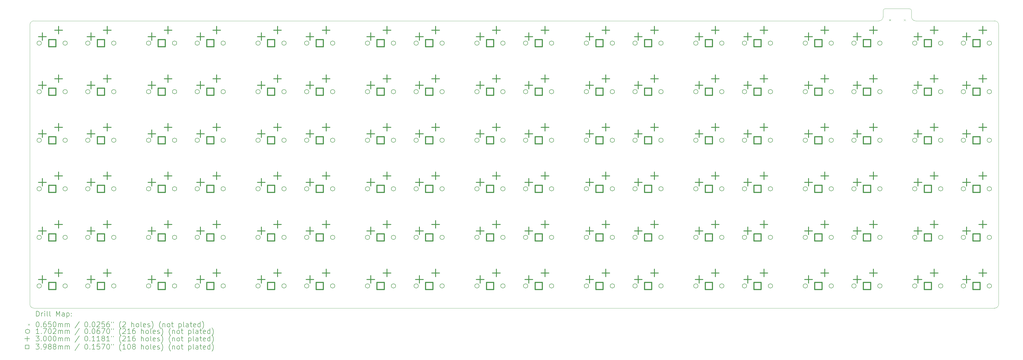
<source format=gbr>
%TF.GenerationSoftware,KiCad,Pcbnew,7.0.7*%
%TF.CreationDate,2023-09-25T11:45:26+09:00*%
%TF.ProjectId,Duet-Switch-Tester,44756574-2d53-4776-9974-63682d546573,rev?*%
%TF.SameCoordinates,Original*%
%TF.FileFunction,Drillmap*%
%TF.FilePolarity,Positive*%
%FSLAX45Y45*%
G04 Gerber Fmt 4.5, Leading zero omitted, Abs format (unit mm)*
G04 Created by KiCad (PCBNEW 7.0.7) date 2023-09-25 11:45:26*
%MOMM*%
%LPD*%
G01*
G04 APERTURE LIST*
%ADD10C,0.100000*%
%ADD11C,0.200000*%
%ADD12C,0.065000*%
%ADD13C,0.170180*%
%ADD14C,0.300000*%
%ADD15C,0.398780*%
G04 APERTURE END LIST*
D10*
X41830625Y-4048125D02*
G75*
G03*
X41671875Y-3889375I-158755J-5D01*
G01*
X41671875Y-15160625D02*
X4048125Y-15160625D01*
X4048125Y-3889375D02*
X37147500Y-3889375D01*
X37306250Y-3730625D02*
X37306250Y-3492500D01*
X37147500Y-3889370D02*
G75*
G03*
X37306250Y-3730625I0J158750D01*
G01*
X3889375Y-15001875D02*
G75*
G03*
X4048125Y-15160625I158755J5D01*
G01*
X37385625Y-3413120D02*
G75*
G03*
X37306250Y-3492500I5J-79380D01*
G01*
X3889375Y-15001875D02*
X3889375Y-4048125D01*
X38417495Y-3492500D02*
G75*
G03*
X38338125Y-3413125I-79375J0D01*
G01*
X38576250Y-3889375D02*
X41671875Y-3889375D01*
X38417500Y-3492500D02*
X38417500Y-3730625D01*
X41671875Y-15160625D02*
G75*
G03*
X41830625Y-15001875I-5J158755D01*
G01*
X38417495Y-3730625D02*
G75*
G03*
X38576250Y-3889375I158755J5D01*
G01*
X4048125Y-3889375D02*
G75*
G03*
X3889375Y-4048125I0J-158750D01*
G01*
X37385625Y-3413125D02*
X38338125Y-3413125D01*
X41830625Y-4048125D02*
X41830625Y-15001875D01*
D11*
D12*
X37540375Y-3827500D02*
X37605375Y-3892500D01*
X37605375Y-3827500D02*
X37540375Y-3892500D01*
X38118375Y-3827500D02*
X38183375Y-3892500D01*
X38183375Y-3827500D02*
X38118375Y-3892500D01*
D13*
X4339590Y-4762500D02*
G75*
G03*
X4339590Y-4762500I-85090J0D01*
G01*
X4339590Y-6667500D02*
G75*
G03*
X4339590Y-6667500I-85090J0D01*
G01*
X4339590Y-8572500D02*
G75*
G03*
X4339590Y-8572500I-85090J0D01*
G01*
X4339590Y-10477500D02*
G75*
G03*
X4339590Y-10477500I-85090J0D01*
G01*
X4339590Y-12382500D02*
G75*
G03*
X4339590Y-12382500I-85090J0D01*
G01*
X4339590Y-14287500D02*
G75*
G03*
X4339590Y-14287500I-85090J0D01*
G01*
X5355590Y-4762500D02*
G75*
G03*
X5355590Y-4762500I-85090J0D01*
G01*
X5355590Y-6667500D02*
G75*
G03*
X5355590Y-6667500I-85090J0D01*
G01*
X5355590Y-8572500D02*
G75*
G03*
X5355590Y-8572500I-85090J0D01*
G01*
X5355590Y-10477500D02*
G75*
G03*
X5355590Y-10477500I-85090J0D01*
G01*
X5355590Y-12382500D02*
G75*
G03*
X5355590Y-12382500I-85090J0D01*
G01*
X5355590Y-14287500D02*
G75*
G03*
X5355590Y-14287500I-85090J0D01*
G01*
X6244590Y-4762500D02*
G75*
G03*
X6244590Y-4762500I-85090J0D01*
G01*
X6244590Y-6667500D02*
G75*
G03*
X6244590Y-6667500I-85090J0D01*
G01*
X6244590Y-8572500D02*
G75*
G03*
X6244590Y-8572500I-85090J0D01*
G01*
X6244590Y-10477500D02*
G75*
G03*
X6244590Y-10477500I-85090J0D01*
G01*
X6244590Y-12382500D02*
G75*
G03*
X6244590Y-12382500I-85090J0D01*
G01*
X6244590Y-14287500D02*
G75*
G03*
X6244590Y-14287500I-85090J0D01*
G01*
X7260590Y-4762500D02*
G75*
G03*
X7260590Y-4762500I-85090J0D01*
G01*
X7260590Y-6667500D02*
G75*
G03*
X7260590Y-6667500I-85090J0D01*
G01*
X7260590Y-8572500D02*
G75*
G03*
X7260590Y-8572500I-85090J0D01*
G01*
X7260590Y-10477500D02*
G75*
G03*
X7260590Y-10477500I-85090J0D01*
G01*
X7260590Y-12382500D02*
G75*
G03*
X7260590Y-12382500I-85090J0D01*
G01*
X7260590Y-14287500D02*
G75*
G03*
X7260590Y-14287500I-85090J0D01*
G01*
X8625840Y-4762500D02*
G75*
G03*
X8625840Y-4762500I-85090J0D01*
G01*
X8625840Y-6667500D02*
G75*
G03*
X8625840Y-6667500I-85090J0D01*
G01*
X8625840Y-8572500D02*
G75*
G03*
X8625840Y-8572500I-85090J0D01*
G01*
X8625840Y-10477500D02*
G75*
G03*
X8625840Y-10477500I-85090J0D01*
G01*
X8625840Y-12382500D02*
G75*
G03*
X8625840Y-12382500I-85090J0D01*
G01*
X8625840Y-14287500D02*
G75*
G03*
X8625840Y-14287500I-85090J0D01*
G01*
X9641840Y-4762500D02*
G75*
G03*
X9641840Y-4762500I-85090J0D01*
G01*
X9641840Y-6667500D02*
G75*
G03*
X9641840Y-6667500I-85090J0D01*
G01*
X9641840Y-8572500D02*
G75*
G03*
X9641840Y-8572500I-85090J0D01*
G01*
X9641840Y-10477500D02*
G75*
G03*
X9641840Y-10477500I-85090J0D01*
G01*
X9641840Y-12382500D02*
G75*
G03*
X9641840Y-12382500I-85090J0D01*
G01*
X9641840Y-14287500D02*
G75*
G03*
X9641840Y-14287500I-85090J0D01*
G01*
X10530840Y-4762500D02*
G75*
G03*
X10530840Y-4762500I-85090J0D01*
G01*
X10530840Y-6667500D02*
G75*
G03*
X10530840Y-6667500I-85090J0D01*
G01*
X10530840Y-8572500D02*
G75*
G03*
X10530840Y-8572500I-85090J0D01*
G01*
X10530840Y-10477500D02*
G75*
G03*
X10530840Y-10477500I-85090J0D01*
G01*
X10530840Y-12382500D02*
G75*
G03*
X10530840Y-12382500I-85090J0D01*
G01*
X10530840Y-14287500D02*
G75*
G03*
X10530840Y-14287500I-85090J0D01*
G01*
X11546840Y-4762500D02*
G75*
G03*
X11546840Y-4762500I-85090J0D01*
G01*
X11546840Y-6667500D02*
G75*
G03*
X11546840Y-6667500I-85090J0D01*
G01*
X11546840Y-8572500D02*
G75*
G03*
X11546840Y-8572500I-85090J0D01*
G01*
X11546840Y-10477500D02*
G75*
G03*
X11546840Y-10477500I-85090J0D01*
G01*
X11546840Y-12382500D02*
G75*
G03*
X11546840Y-12382500I-85090J0D01*
G01*
X11546840Y-14287500D02*
G75*
G03*
X11546840Y-14287500I-85090J0D01*
G01*
X12912090Y-4762500D02*
G75*
G03*
X12912090Y-4762500I-85090J0D01*
G01*
X12912090Y-6667500D02*
G75*
G03*
X12912090Y-6667500I-85090J0D01*
G01*
X12912090Y-8572500D02*
G75*
G03*
X12912090Y-8572500I-85090J0D01*
G01*
X12912090Y-10477500D02*
G75*
G03*
X12912090Y-10477500I-85090J0D01*
G01*
X12912090Y-12382500D02*
G75*
G03*
X12912090Y-12382500I-85090J0D01*
G01*
X12912090Y-14287500D02*
G75*
G03*
X12912090Y-14287500I-85090J0D01*
G01*
X13928090Y-4762500D02*
G75*
G03*
X13928090Y-4762500I-85090J0D01*
G01*
X13928090Y-6667500D02*
G75*
G03*
X13928090Y-6667500I-85090J0D01*
G01*
X13928090Y-8572500D02*
G75*
G03*
X13928090Y-8572500I-85090J0D01*
G01*
X13928090Y-10477500D02*
G75*
G03*
X13928090Y-10477500I-85090J0D01*
G01*
X13928090Y-12382500D02*
G75*
G03*
X13928090Y-12382500I-85090J0D01*
G01*
X13928090Y-14287500D02*
G75*
G03*
X13928090Y-14287500I-85090J0D01*
G01*
X14817090Y-4762500D02*
G75*
G03*
X14817090Y-4762500I-85090J0D01*
G01*
X14817090Y-6667500D02*
G75*
G03*
X14817090Y-6667500I-85090J0D01*
G01*
X14817090Y-8572500D02*
G75*
G03*
X14817090Y-8572500I-85090J0D01*
G01*
X14817090Y-10477500D02*
G75*
G03*
X14817090Y-10477500I-85090J0D01*
G01*
X14817090Y-12382500D02*
G75*
G03*
X14817090Y-12382500I-85090J0D01*
G01*
X14817090Y-14287500D02*
G75*
G03*
X14817090Y-14287500I-85090J0D01*
G01*
X15833090Y-4762500D02*
G75*
G03*
X15833090Y-4762500I-85090J0D01*
G01*
X15833090Y-6667500D02*
G75*
G03*
X15833090Y-6667500I-85090J0D01*
G01*
X15833090Y-8572500D02*
G75*
G03*
X15833090Y-8572500I-85090J0D01*
G01*
X15833090Y-10477500D02*
G75*
G03*
X15833090Y-10477500I-85090J0D01*
G01*
X15833090Y-12382500D02*
G75*
G03*
X15833090Y-12382500I-85090J0D01*
G01*
X15833090Y-14287500D02*
G75*
G03*
X15833090Y-14287500I-85090J0D01*
G01*
X17198340Y-4762500D02*
G75*
G03*
X17198340Y-4762500I-85090J0D01*
G01*
X17198340Y-6667500D02*
G75*
G03*
X17198340Y-6667500I-85090J0D01*
G01*
X17198340Y-8572500D02*
G75*
G03*
X17198340Y-8572500I-85090J0D01*
G01*
X17198340Y-10477500D02*
G75*
G03*
X17198340Y-10477500I-85090J0D01*
G01*
X17198340Y-12382500D02*
G75*
G03*
X17198340Y-12382500I-85090J0D01*
G01*
X17198340Y-14287500D02*
G75*
G03*
X17198340Y-14287500I-85090J0D01*
G01*
X18214340Y-4762500D02*
G75*
G03*
X18214340Y-4762500I-85090J0D01*
G01*
X18214340Y-6667500D02*
G75*
G03*
X18214340Y-6667500I-85090J0D01*
G01*
X18214340Y-8572500D02*
G75*
G03*
X18214340Y-8572500I-85090J0D01*
G01*
X18214340Y-10477500D02*
G75*
G03*
X18214340Y-10477500I-85090J0D01*
G01*
X18214340Y-12382500D02*
G75*
G03*
X18214340Y-12382500I-85090J0D01*
G01*
X18214340Y-14287500D02*
G75*
G03*
X18214340Y-14287500I-85090J0D01*
G01*
X19103340Y-4762500D02*
G75*
G03*
X19103340Y-4762500I-85090J0D01*
G01*
X19103340Y-6667500D02*
G75*
G03*
X19103340Y-6667500I-85090J0D01*
G01*
X19103340Y-8572500D02*
G75*
G03*
X19103340Y-8572500I-85090J0D01*
G01*
X19103340Y-10477500D02*
G75*
G03*
X19103340Y-10477500I-85090J0D01*
G01*
X19103340Y-12382500D02*
G75*
G03*
X19103340Y-12382500I-85090J0D01*
G01*
X19103340Y-14287500D02*
G75*
G03*
X19103340Y-14287500I-85090J0D01*
G01*
X20119340Y-4762500D02*
G75*
G03*
X20119340Y-4762500I-85090J0D01*
G01*
X20119340Y-6667500D02*
G75*
G03*
X20119340Y-6667500I-85090J0D01*
G01*
X20119340Y-8572500D02*
G75*
G03*
X20119340Y-8572500I-85090J0D01*
G01*
X20119340Y-10477500D02*
G75*
G03*
X20119340Y-10477500I-85090J0D01*
G01*
X20119340Y-12382500D02*
G75*
G03*
X20119340Y-12382500I-85090J0D01*
G01*
X20119340Y-14287500D02*
G75*
G03*
X20119340Y-14287500I-85090J0D01*
G01*
X21484590Y-4762500D02*
G75*
G03*
X21484590Y-4762500I-85090J0D01*
G01*
X21484590Y-6667500D02*
G75*
G03*
X21484590Y-6667500I-85090J0D01*
G01*
X21484590Y-8572500D02*
G75*
G03*
X21484590Y-8572500I-85090J0D01*
G01*
X21484590Y-10477500D02*
G75*
G03*
X21484590Y-10477500I-85090J0D01*
G01*
X21484590Y-12382500D02*
G75*
G03*
X21484590Y-12382500I-85090J0D01*
G01*
X21484590Y-14287500D02*
G75*
G03*
X21484590Y-14287500I-85090J0D01*
G01*
X22500590Y-4762500D02*
G75*
G03*
X22500590Y-4762500I-85090J0D01*
G01*
X22500590Y-6667500D02*
G75*
G03*
X22500590Y-6667500I-85090J0D01*
G01*
X22500590Y-8572500D02*
G75*
G03*
X22500590Y-8572500I-85090J0D01*
G01*
X22500590Y-10477500D02*
G75*
G03*
X22500590Y-10477500I-85090J0D01*
G01*
X22500590Y-12382500D02*
G75*
G03*
X22500590Y-12382500I-85090J0D01*
G01*
X22500590Y-14287500D02*
G75*
G03*
X22500590Y-14287500I-85090J0D01*
G01*
X23389590Y-4762500D02*
G75*
G03*
X23389590Y-4762500I-85090J0D01*
G01*
X23389590Y-6667500D02*
G75*
G03*
X23389590Y-6667500I-85090J0D01*
G01*
X23389590Y-8572500D02*
G75*
G03*
X23389590Y-8572500I-85090J0D01*
G01*
X23389590Y-10477500D02*
G75*
G03*
X23389590Y-10477500I-85090J0D01*
G01*
X23389590Y-12382500D02*
G75*
G03*
X23389590Y-12382500I-85090J0D01*
G01*
X23389590Y-14287500D02*
G75*
G03*
X23389590Y-14287500I-85090J0D01*
G01*
X24405590Y-4762500D02*
G75*
G03*
X24405590Y-4762500I-85090J0D01*
G01*
X24405590Y-6667500D02*
G75*
G03*
X24405590Y-6667500I-85090J0D01*
G01*
X24405590Y-8572500D02*
G75*
G03*
X24405590Y-8572500I-85090J0D01*
G01*
X24405590Y-10477500D02*
G75*
G03*
X24405590Y-10477500I-85090J0D01*
G01*
X24405590Y-12382500D02*
G75*
G03*
X24405590Y-12382500I-85090J0D01*
G01*
X24405590Y-14287500D02*
G75*
G03*
X24405590Y-14287500I-85090J0D01*
G01*
X25770840Y-4762500D02*
G75*
G03*
X25770840Y-4762500I-85090J0D01*
G01*
X25770840Y-6667500D02*
G75*
G03*
X25770840Y-6667500I-85090J0D01*
G01*
X25770840Y-8572500D02*
G75*
G03*
X25770840Y-8572500I-85090J0D01*
G01*
X25770840Y-10477500D02*
G75*
G03*
X25770840Y-10477500I-85090J0D01*
G01*
X25770840Y-12382500D02*
G75*
G03*
X25770840Y-12382500I-85090J0D01*
G01*
X25770840Y-14287500D02*
G75*
G03*
X25770840Y-14287500I-85090J0D01*
G01*
X26786840Y-4762500D02*
G75*
G03*
X26786840Y-4762500I-85090J0D01*
G01*
X26786840Y-6667500D02*
G75*
G03*
X26786840Y-6667500I-85090J0D01*
G01*
X26786840Y-8572500D02*
G75*
G03*
X26786840Y-8572500I-85090J0D01*
G01*
X26786840Y-10477500D02*
G75*
G03*
X26786840Y-10477500I-85090J0D01*
G01*
X26786840Y-12382500D02*
G75*
G03*
X26786840Y-12382500I-85090J0D01*
G01*
X26786840Y-14287500D02*
G75*
G03*
X26786840Y-14287500I-85090J0D01*
G01*
X27675840Y-4762500D02*
G75*
G03*
X27675840Y-4762500I-85090J0D01*
G01*
X27675840Y-6667500D02*
G75*
G03*
X27675840Y-6667500I-85090J0D01*
G01*
X27675840Y-8572500D02*
G75*
G03*
X27675840Y-8572500I-85090J0D01*
G01*
X27675840Y-10477500D02*
G75*
G03*
X27675840Y-10477500I-85090J0D01*
G01*
X27675840Y-12382500D02*
G75*
G03*
X27675840Y-12382500I-85090J0D01*
G01*
X27675840Y-14287500D02*
G75*
G03*
X27675840Y-14287500I-85090J0D01*
G01*
X28691840Y-4762500D02*
G75*
G03*
X28691840Y-4762500I-85090J0D01*
G01*
X28691840Y-6667500D02*
G75*
G03*
X28691840Y-6667500I-85090J0D01*
G01*
X28691840Y-8572500D02*
G75*
G03*
X28691840Y-8572500I-85090J0D01*
G01*
X28691840Y-10477500D02*
G75*
G03*
X28691840Y-10477500I-85090J0D01*
G01*
X28691840Y-12382500D02*
G75*
G03*
X28691840Y-12382500I-85090J0D01*
G01*
X28691840Y-14287500D02*
G75*
G03*
X28691840Y-14287500I-85090J0D01*
G01*
X30057090Y-4762500D02*
G75*
G03*
X30057090Y-4762500I-85090J0D01*
G01*
X30057090Y-6667500D02*
G75*
G03*
X30057090Y-6667500I-85090J0D01*
G01*
X30057090Y-8572500D02*
G75*
G03*
X30057090Y-8572500I-85090J0D01*
G01*
X30057090Y-10477500D02*
G75*
G03*
X30057090Y-10477500I-85090J0D01*
G01*
X30057090Y-12382500D02*
G75*
G03*
X30057090Y-12382500I-85090J0D01*
G01*
X30057090Y-14287500D02*
G75*
G03*
X30057090Y-14287500I-85090J0D01*
G01*
X31073090Y-4762500D02*
G75*
G03*
X31073090Y-4762500I-85090J0D01*
G01*
X31073090Y-6667500D02*
G75*
G03*
X31073090Y-6667500I-85090J0D01*
G01*
X31073090Y-8572500D02*
G75*
G03*
X31073090Y-8572500I-85090J0D01*
G01*
X31073090Y-10477500D02*
G75*
G03*
X31073090Y-10477500I-85090J0D01*
G01*
X31073090Y-12382500D02*
G75*
G03*
X31073090Y-12382500I-85090J0D01*
G01*
X31073090Y-14287500D02*
G75*
G03*
X31073090Y-14287500I-85090J0D01*
G01*
X31962090Y-4762500D02*
G75*
G03*
X31962090Y-4762500I-85090J0D01*
G01*
X31962090Y-6667500D02*
G75*
G03*
X31962090Y-6667500I-85090J0D01*
G01*
X31962090Y-8572500D02*
G75*
G03*
X31962090Y-8572500I-85090J0D01*
G01*
X31962090Y-10477500D02*
G75*
G03*
X31962090Y-10477500I-85090J0D01*
G01*
X31962090Y-12382500D02*
G75*
G03*
X31962090Y-12382500I-85090J0D01*
G01*
X31962090Y-14287500D02*
G75*
G03*
X31962090Y-14287500I-85090J0D01*
G01*
X32978090Y-4762500D02*
G75*
G03*
X32978090Y-4762500I-85090J0D01*
G01*
X32978090Y-6667500D02*
G75*
G03*
X32978090Y-6667500I-85090J0D01*
G01*
X32978090Y-8572500D02*
G75*
G03*
X32978090Y-8572500I-85090J0D01*
G01*
X32978090Y-10477500D02*
G75*
G03*
X32978090Y-10477500I-85090J0D01*
G01*
X32978090Y-12382500D02*
G75*
G03*
X32978090Y-12382500I-85090J0D01*
G01*
X32978090Y-14287500D02*
G75*
G03*
X32978090Y-14287500I-85090J0D01*
G01*
X34343340Y-4762500D02*
G75*
G03*
X34343340Y-4762500I-85090J0D01*
G01*
X34343340Y-6667500D02*
G75*
G03*
X34343340Y-6667500I-85090J0D01*
G01*
X34343340Y-8572500D02*
G75*
G03*
X34343340Y-8572500I-85090J0D01*
G01*
X34343340Y-10477500D02*
G75*
G03*
X34343340Y-10477500I-85090J0D01*
G01*
X34343340Y-12382500D02*
G75*
G03*
X34343340Y-12382500I-85090J0D01*
G01*
X34343340Y-14287500D02*
G75*
G03*
X34343340Y-14287500I-85090J0D01*
G01*
X35359340Y-4762500D02*
G75*
G03*
X35359340Y-4762500I-85090J0D01*
G01*
X35359340Y-6667500D02*
G75*
G03*
X35359340Y-6667500I-85090J0D01*
G01*
X35359340Y-8572500D02*
G75*
G03*
X35359340Y-8572500I-85090J0D01*
G01*
X35359340Y-10477500D02*
G75*
G03*
X35359340Y-10477500I-85090J0D01*
G01*
X35359340Y-12382500D02*
G75*
G03*
X35359340Y-12382500I-85090J0D01*
G01*
X35359340Y-14287500D02*
G75*
G03*
X35359340Y-14287500I-85090J0D01*
G01*
X36248340Y-4762500D02*
G75*
G03*
X36248340Y-4762500I-85090J0D01*
G01*
X36248340Y-6667500D02*
G75*
G03*
X36248340Y-6667500I-85090J0D01*
G01*
X36248340Y-8572500D02*
G75*
G03*
X36248340Y-8572500I-85090J0D01*
G01*
X36248340Y-10477500D02*
G75*
G03*
X36248340Y-10477500I-85090J0D01*
G01*
X36248340Y-12382500D02*
G75*
G03*
X36248340Y-12382500I-85090J0D01*
G01*
X36248340Y-14287500D02*
G75*
G03*
X36248340Y-14287500I-85090J0D01*
G01*
X37264340Y-4762500D02*
G75*
G03*
X37264340Y-4762500I-85090J0D01*
G01*
X37264340Y-6667500D02*
G75*
G03*
X37264340Y-6667500I-85090J0D01*
G01*
X37264340Y-8572500D02*
G75*
G03*
X37264340Y-8572500I-85090J0D01*
G01*
X37264340Y-10477500D02*
G75*
G03*
X37264340Y-10477500I-85090J0D01*
G01*
X37264340Y-12382500D02*
G75*
G03*
X37264340Y-12382500I-85090J0D01*
G01*
X37264340Y-14287500D02*
G75*
G03*
X37264340Y-14287500I-85090J0D01*
G01*
X38629590Y-4762500D02*
G75*
G03*
X38629590Y-4762500I-85090J0D01*
G01*
X38629590Y-6667500D02*
G75*
G03*
X38629590Y-6667500I-85090J0D01*
G01*
X38629590Y-8572500D02*
G75*
G03*
X38629590Y-8572500I-85090J0D01*
G01*
X38629590Y-10477500D02*
G75*
G03*
X38629590Y-10477500I-85090J0D01*
G01*
X38629590Y-12382500D02*
G75*
G03*
X38629590Y-12382500I-85090J0D01*
G01*
X38629590Y-14287500D02*
G75*
G03*
X38629590Y-14287500I-85090J0D01*
G01*
X39645590Y-4762500D02*
G75*
G03*
X39645590Y-4762500I-85090J0D01*
G01*
X39645590Y-6667500D02*
G75*
G03*
X39645590Y-6667500I-85090J0D01*
G01*
X39645590Y-8572500D02*
G75*
G03*
X39645590Y-8572500I-85090J0D01*
G01*
X39645590Y-10477500D02*
G75*
G03*
X39645590Y-10477500I-85090J0D01*
G01*
X39645590Y-12382500D02*
G75*
G03*
X39645590Y-12382500I-85090J0D01*
G01*
X39645590Y-14287500D02*
G75*
G03*
X39645590Y-14287500I-85090J0D01*
G01*
X40534590Y-4762500D02*
G75*
G03*
X40534590Y-4762500I-85090J0D01*
G01*
X40534590Y-6667500D02*
G75*
G03*
X40534590Y-6667500I-85090J0D01*
G01*
X40534590Y-8572500D02*
G75*
G03*
X40534590Y-8572500I-85090J0D01*
G01*
X40534590Y-10477500D02*
G75*
G03*
X40534590Y-10477500I-85090J0D01*
G01*
X40534590Y-12382500D02*
G75*
G03*
X40534590Y-12382500I-85090J0D01*
G01*
X40534590Y-14287500D02*
G75*
G03*
X40534590Y-14287500I-85090J0D01*
G01*
X41550590Y-4762500D02*
G75*
G03*
X41550590Y-4762500I-85090J0D01*
G01*
X41550590Y-6667500D02*
G75*
G03*
X41550590Y-6667500I-85090J0D01*
G01*
X41550590Y-8572500D02*
G75*
G03*
X41550590Y-8572500I-85090J0D01*
G01*
X41550590Y-10477500D02*
G75*
G03*
X41550590Y-10477500I-85090J0D01*
G01*
X41550590Y-12382500D02*
G75*
G03*
X41550590Y-12382500I-85090J0D01*
G01*
X41550590Y-14287500D02*
G75*
G03*
X41550590Y-14287500I-85090J0D01*
G01*
D14*
X4381500Y-4358500D02*
X4381500Y-4658500D01*
X4231500Y-4508500D02*
X4531500Y-4508500D01*
X4381500Y-6263500D02*
X4381500Y-6563500D01*
X4231500Y-6413500D02*
X4531500Y-6413500D01*
X4381500Y-8168500D02*
X4381500Y-8468500D01*
X4231500Y-8318500D02*
X4531500Y-8318500D01*
X4381500Y-10073500D02*
X4381500Y-10373500D01*
X4231500Y-10223500D02*
X4531500Y-10223500D01*
X4381500Y-11978500D02*
X4381500Y-12278500D01*
X4231500Y-12128500D02*
X4531500Y-12128500D01*
X4381500Y-13883500D02*
X4381500Y-14183500D01*
X4231500Y-14033500D02*
X4531500Y-14033500D01*
X5016500Y-4104500D02*
X5016500Y-4404500D01*
X4866500Y-4254500D02*
X5166500Y-4254500D01*
X5016500Y-6009500D02*
X5016500Y-6309500D01*
X4866500Y-6159500D02*
X5166500Y-6159500D01*
X5016500Y-7914500D02*
X5016500Y-8214500D01*
X4866500Y-8064500D02*
X5166500Y-8064500D01*
X5016500Y-9819500D02*
X5016500Y-10119500D01*
X4866500Y-9969500D02*
X5166500Y-9969500D01*
X5016500Y-11724500D02*
X5016500Y-12024500D01*
X4866500Y-11874500D02*
X5166500Y-11874500D01*
X5016500Y-13629500D02*
X5016500Y-13929500D01*
X4866500Y-13779500D02*
X5166500Y-13779500D01*
X6286500Y-4358500D02*
X6286500Y-4658500D01*
X6136500Y-4508500D02*
X6436500Y-4508500D01*
X6286500Y-6263500D02*
X6286500Y-6563500D01*
X6136500Y-6413500D02*
X6436500Y-6413500D01*
X6286500Y-8168500D02*
X6286500Y-8468500D01*
X6136500Y-8318500D02*
X6436500Y-8318500D01*
X6286500Y-10073500D02*
X6286500Y-10373500D01*
X6136500Y-10223500D02*
X6436500Y-10223500D01*
X6286500Y-11978500D02*
X6286500Y-12278500D01*
X6136500Y-12128500D02*
X6436500Y-12128500D01*
X6286500Y-13883500D02*
X6286500Y-14183500D01*
X6136500Y-14033500D02*
X6436500Y-14033500D01*
X6921500Y-4104500D02*
X6921500Y-4404500D01*
X6771500Y-4254500D02*
X7071500Y-4254500D01*
X6921500Y-6009500D02*
X6921500Y-6309500D01*
X6771500Y-6159500D02*
X7071500Y-6159500D01*
X6921500Y-7914500D02*
X6921500Y-8214500D01*
X6771500Y-8064500D02*
X7071500Y-8064500D01*
X6921500Y-9819500D02*
X6921500Y-10119500D01*
X6771500Y-9969500D02*
X7071500Y-9969500D01*
X6921500Y-11724500D02*
X6921500Y-12024500D01*
X6771500Y-11874500D02*
X7071500Y-11874500D01*
X6921500Y-13629500D02*
X6921500Y-13929500D01*
X6771500Y-13779500D02*
X7071500Y-13779500D01*
X8667750Y-4358500D02*
X8667750Y-4658500D01*
X8517750Y-4508500D02*
X8817750Y-4508500D01*
X8667750Y-6263500D02*
X8667750Y-6563500D01*
X8517750Y-6413500D02*
X8817750Y-6413500D01*
X8667750Y-8168500D02*
X8667750Y-8468500D01*
X8517750Y-8318500D02*
X8817750Y-8318500D01*
X8667750Y-10073500D02*
X8667750Y-10373500D01*
X8517750Y-10223500D02*
X8817750Y-10223500D01*
X8667750Y-11978500D02*
X8667750Y-12278500D01*
X8517750Y-12128500D02*
X8817750Y-12128500D01*
X8667750Y-13883500D02*
X8667750Y-14183500D01*
X8517750Y-14033500D02*
X8817750Y-14033500D01*
X9302750Y-4104500D02*
X9302750Y-4404500D01*
X9152750Y-4254500D02*
X9452750Y-4254500D01*
X9302750Y-6009500D02*
X9302750Y-6309500D01*
X9152750Y-6159500D02*
X9452750Y-6159500D01*
X9302750Y-7914500D02*
X9302750Y-8214500D01*
X9152750Y-8064500D02*
X9452750Y-8064500D01*
X9302750Y-9819500D02*
X9302750Y-10119500D01*
X9152750Y-9969500D02*
X9452750Y-9969500D01*
X9302750Y-11724500D02*
X9302750Y-12024500D01*
X9152750Y-11874500D02*
X9452750Y-11874500D01*
X9302750Y-13629500D02*
X9302750Y-13929500D01*
X9152750Y-13779500D02*
X9452750Y-13779500D01*
X10572750Y-4358500D02*
X10572750Y-4658500D01*
X10422750Y-4508500D02*
X10722750Y-4508500D01*
X10572750Y-6263500D02*
X10572750Y-6563500D01*
X10422750Y-6413500D02*
X10722750Y-6413500D01*
X10572750Y-8168500D02*
X10572750Y-8468500D01*
X10422750Y-8318500D02*
X10722750Y-8318500D01*
X10572750Y-10073500D02*
X10572750Y-10373500D01*
X10422750Y-10223500D02*
X10722750Y-10223500D01*
X10572750Y-11978500D02*
X10572750Y-12278500D01*
X10422750Y-12128500D02*
X10722750Y-12128500D01*
X10572750Y-13883500D02*
X10572750Y-14183500D01*
X10422750Y-14033500D02*
X10722750Y-14033500D01*
X11207750Y-4104500D02*
X11207750Y-4404500D01*
X11057750Y-4254500D02*
X11357750Y-4254500D01*
X11207750Y-6009500D02*
X11207750Y-6309500D01*
X11057750Y-6159500D02*
X11357750Y-6159500D01*
X11207750Y-7914500D02*
X11207750Y-8214500D01*
X11057750Y-8064500D02*
X11357750Y-8064500D01*
X11207750Y-9819500D02*
X11207750Y-10119500D01*
X11057750Y-9969500D02*
X11357750Y-9969500D01*
X11207750Y-11724500D02*
X11207750Y-12024500D01*
X11057750Y-11874500D02*
X11357750Y-11874500D01*
X11207750Y-13629500D02*
X11207750Y-13929500D01*
X11057750Y-13779500D02*
X11357750Y-13779500D01*
X12954000Y-4358500D02*
X12954000Y-4658500D01*
X12804000Y-4508500D02*
X13104000Y-4508500D01*
X12954000Y-6263500D02*
X12954000Y-6563500D01*
X12804000Y-6413500D02*
X13104000Y-6413500D01*
X12954000Y-8168500D02*
X12954000Y-8468500D01*
X12804000Y-8318500D02*
X13104000Y-8318500D01*
X12954000Y-10073500D02*
X12954000Y-10373500D01*
X12804000Y-10223500D02*
X13104000Y-10223500D01*
X12954000Y-11978500D02*
X12954000Y-12278500D01*
X12804000Y-12128500D02*
X13104000Y-12128500D01*
X12954000Y-13883500D02*
X12954000Y-14183500D01*
X12804000Y-14033500D02*
X13104000Y-14033500D01*
X13589000Y-4104500D02*
X13589000Y-4404500D01*
X13439000Y-4254500D02*
X13739000Y-4254500D01*
X13589000Y-6009500D02*
X13589000Y-6309500D01*
X13439000Y-6159500D02*
X13739000Y-6159500D01*
X13589000Y-7914500D02*
X13589000Y-8214500D01*
X13439000Y-8064500D02*
X13739000Y-8064500D01*
X13589000Y-9819500D02*
X13589000Y-10119500D01*
X13439000Y-9969500D02*
X13739000Y-9969500D01*
X13589000Y-11724500D02*
X13589000Y-12024500D01*
X13439000Y-11874500D02*
X13739000Y-11874500D01*
X13589000Y-13629500D02*
X13589000Y-13929500D01*
X13439000Y-13779500D02*
X13739000Y-13779500D01*
X14859000Y-4358500D02*
X14859000Y-4658500D01*
X14709000Y-4508500D02*
X15009000Y-4508500D01*
X14859000Y-6263500D02*
X14859000Y-6563500D01*
X14709000Y-6413500D02*
X15009000Y-6413500D01*
X14859000Y-8168500D02*
X14859000Y-8468500D01*
X14709000Y-8318500D02*
X15009000Y-8318500D01*
X14859000Y-10073500D02*
X14859000Y-10373500D01*
X14709000Y-10223500D02*
X15009000Y-10223500D01*
X14859000Y-11978500D02*
X14859000Y-12278500D01*
X14709000Y-12128500D02*
X15009000Y-12128500D01*
X14859000Y-13883500D02*
X14859000Y-14183500D01*
X14709000Y-14033500D02*
X15009000Y-14033500D01*
X15494000Y-4104500D02*
X15494000Y-4404500D01*
X15344000Y-4254500D02*
X15644000Y-4254500D01*
X15494000Y-6009500D02*
X15494000Y-6309500D01*
X15344000Y-6159500D02*
X15644000Y-6159500D01*
X15494000Y-7914500D02*
X15494000Y-8214500D01*
X15344000Y-8064500D02*
X15644000Y-8064500D01*
X15494000Y-9819500D02*
X15494000Y-10119500D01*
X15344000Y-9969500D02*
X15644000Y-9969500D01*
X15494000Y-11724500D02*
X15494000Y-12024500D01*
X15344000Y-11874500D02*
X15644000Y-11874500D01*
X15494000Y-13629500D02*
X15494000Y-13929500D01*
X15344000Y-13779500D02*
X15644000Y-13779500D01*
X17240250Y-4358500D02*
X17240250Y-4658500D01*
X17090250Y-4508500D02*
X17390250Y-4508500D01*
X17240250Y-6263500D02*
X17240250Y-6563500D01*
X17090250Y-6413500D02*
X17390250Y-6413500D01*
X17240250Y-8168500D02*
X17240250Y-8468500D01*
X17090250Y-8318500D02*
X17390250Y-8318500D01*
X17240250Y-10073500D02*
X17240250Y-10373500D01*
X17090250Y-10223500D02*
X17390250Y-10223500D01*
X17240250Y-11978500D02*
X17240250Y-12278500D01*
X17090250Y-12128500D02*
X17390250Y-12128500D01*
X17240250Y-13883500D02*
X17240250Y-14183500D01*
X17090250Y-14033500D02*
X17390250Y-14033500D01*
X17875250Y-4104500D02*
X17875250Y-4404500D01*
X17725250Y-4254500D02*
X18025250Y-4254500D01*
X17875250Y-6009500D02*
X17875250Y-6309500D01*
X17725250Y-6159500D02*
X18025250Y-6159500D01*
X17875250Y-7914500D02*
X17875250Y-8214500D01*
X17725250Y-8064500D02*
X18025250Y-8064500D01*
X17875250Y-9819500D02*
X17875250Y-10119500D01*
X17725250Y-9969500D02*
X18025250Y-9969500D01*
X17875250Y-11724500D02*
X17875250Y-12024500D01*
X17725250Y-11874500D02*
X18025250Y-11874500D01*
X17875250Y-13629500D02*
X17875250Y-13929500D01*
X17725250Y-13779500D02*
X18025250Y-13779500D01*
X19145250Y-4358500D02*
X19145250Y-4658500D01*
X18995250Y-4508500D02*
X19295250Y-4508500D01*
X19145250Y-6263500D02*
X19145250Y-6563500D01*
X18995250Y-6413500D02*
X19295250Y-6413500D01*
X19145250Y-8168500D02*
X19145250Y-8468500D01*
X18995250Y-8318500D02*
X19295250Y-8318500D01*
X19145250Y-10073500D02*
X19145250Y-10373500D01*
X18995250Y-10223500D02*
X19295250Y-10223500D01*
X19145250Y-11978500D02*
X19145250Y-12278500D01*
X18995250Y-12128500D02*
X19295250Y-12128500D01*
X19145250Y-13883500D02*
X19145250Y-14183500D01*
X18995250Y-14033500D02*
X19295250Y-14033500D01*
X19780250Y-4104500D02*
X19780250Y-4404500D01*
X19630250Y-4254500D02*
X19930250Y-4254500D01*
X19780250Y-6009500D02*
X19780250Y-6309500D01*
X19630250Y-6159500D02*
X19930250Y-6159500D01*
X19780250Y-7914500D02*
X19780250Y-8214500D01*
X19630250Y-8064500D02*
X19930250Y-8064500D01*
X19780250Y-9819500D02*
X19780250Y-10119500D01*
X19630250Y-9969500D02*
X19930250Y-9969500D01*
X19780250Y-11724500D02*
X19780250Y-12024500D01*
X19630250Y-11874500D02*
X19930250Y-11874500D01*
X19780250Y-13629500D02*
X19780250Y-13929500D01*
X19630250Y-13779500D02*
X19930250Y-13779500D01*
X21526500Y-4358500D02*
X21526500Y-4658500D01*
X21376500Y-4508500D02*
X21676500Y-4508500D01*
X21526500Y-6263500D02*
X21526500Y-6563500D01*
X21376500Y-6413500D02*
X21676500Y-6413500D01*
X21526500Y-8168500D02*
X21526500Y-8468500D01*
X21376500Y-8318500D02*
X21676500Y-8318500D01*
X21526500Y-10073500D02*
X21526500Y-10373500D01*
X21376500Y-10223500D02*
X21676500Y-10223500D01*
X21526500Y-11978500D02*
X21526500Y-12278500D01*
X21376500Y-12128500D02*
X21676500Y-12128500D01*
X21526500Y-13883500D02*
X21526500Y-14183500D01*
X21376500Y-14033500D02*
X21676500Y-14033500D01*
X22161500Y-4104500D02*
X22161500Y-4404500D01*
X22011500Y-4254500D02*
X22311500Y-4254500D01*
X22161500Y-6009500D02*
X22161500Y-6309500D01*
X22011500Y-6159500D02*
X22311500Y-6159500D01*
X22161500Y-7914500D02*
X22161500Y-8214500D01*
X22011500Y-8064500D02*
X22311500Y-8064500D01*
X22161500Y-9819500D02*
X22161500Y-10119500D01*
X22011500Y-9969500D02*
X22311500Y-9969500D01*
X22161500Y-11724500D02*
X22161500Y-12024500D01*
X22011500Y-11874500D02*
X22311500Y-11874500D01*
X22161500Y-13629500D02*
X22161500Y-13929500D01*
X22011500Y-13779500D02*
X22311500Y-13779500D01*
X23431500Y-4358500D02*
X23431500Y-4658500D01*
X23281500Y-4508500D02*
X23581500Y-4508500D01*
X23431500Y-6263500D02*
X23431500Y-6563500D01*
X23281500Y-6413500D02*
X23581500Y-6413500D01*
X23431500Y-8168500D02*
X23431500Y-8468500D01*
X23281500Y-8318500D02*
X23581500Y-8318500D01*
X23431500Y-10073500D02*
X23431500Y-10373500D01*
X23281500Y-10223500D02*
X23581500Y-10223500D01*
X23431500Y-11978500D02*
X23431500Y-12278500D01*
X23281500Y-12128500D02*
X23581500Y-12128500D01*
X23431500Y-13883500D02*
X23431500Y-14183500D01*
X23281500Y-14033500D02*
X23581500Y-14033500D01*
X24066500Y-4104500D02*
X24066500Y-4404500D01*
X23916500Y-4254500D02*
X24216500Y-4254500D01*
X24066500Y-6009500D02*
X24066500Y-6309500D01*
X23916500Y-6159500D02*
X24216500Y-6159500D01*
X24066500Y-7914500D02*
X24066500Y-8214500D01*
X23916500Y-8064500D02*
X24216500Y-8064500D01*
X24066500Y-9819500D02*
X24066500Y-10119500D01*
X23916500Y-9969500D02*
X24216500Y-9969500D01*
X24066500Y-11724500D02*
X24066500Y-12024500D01*
X23916500Y-11874500D02*
X24216500Y-11874500D01*
X24066500Y-13629500D02*
X24066500Y-13929500D01*
X23916500Y-13779500D02*
X24216500Y-13779500D01*
X25812750Y-4358500D02*
X25812750Y-4658500D01*
X25662750Y-4508500D02*
X25962750Y-4508500D01*
X25812750Y-6263500D02*
X25812750Y-6563500D01*
X25662750Y-6413500D02*
X25962750Y-6413500D01*
X25812750Y-8168500D02*
X25812750Y-8468500D01*
X25662750Y-8318500D02*
X25962750Y-8318500D01*
X25812750Y-10073500D02*
X25812750Y-10373500D01*
X25662750Y-10223500D02*
X25962750Y-10223500D01*
X25812750Y-11978500D02*
X25812750Y-12278500D01*
X25662750Y-12128500D02*
X25962750Y-12128500D01*
X25812750Y-13883500D02*
X25812750Y-14183500D01*
X25662750Y-14033500D02*
X25962750Y-14033500D01*
X26447750Y-4104500D02*
X26447750Y-4404500D01*
X26297750Y-4254500D02*
X26597750Y-4254500D01*
X26447750Y-6009500D02*
X26447750Y-6309500D01*
X26297750Y-6159500D02*
X26597750Y-6159500D01*
X26447750Y-7914500D02*
X26447750Y-8214500D01*
X26297750Y-8064500D02*
X26597750Y-8064500D01*
X26447750Y-9819500D02*
X26447750Y-10119500D01*
X26297750Y-9969500D02*
X26597750Y-9969500D01*
X26447750Y-11724500D02*
X26447750Y-12024500D01*
X26297750Y-11874500D02*
X26597750Y-11874500D01*
X26447750Y-13629500D02*
X26447750Y-13929500D01*
X26297750Y-13779500D02*
X26597750Y-13779500D01*
X27717750Y-4358500D02*
X27717750Y-4658500D01*
X27567750Y-4508500D02*
X27867750Y-4508500D01*
X27717750Y-6263500D02*
X27717750Y-6563500D01*
X27567750Y-6413500D02*
X27867750Y-6413500D01*
X27717750Y-8168500D02*
X27717750Y-8468500D01*
X27567750Y-8318500D02*
X27867750Y-8318500D01*
X27717750Y-10073500D02*
X27717750Y-10373500D01*
X27567750Y-10223500D02*
X27867750Y-10223500D01*
X27717750Y-11978500D02*
X27717750Y-12278500D01*
X27567750Y-12128500D02*
X27867750Y-12128500D01*
X27717750Y-13883500D02*
X27717750Y-14183500D01*
X27567750Y-14033500D02*
X27867750Y-14033500D01*
X28352750Y-4104500D02*
X28352750Y-4404500D01*
X28202750Y-4254500D02*
X28502750Y-4254500D01*
X28352750Y-6009500D02*
X28352750Y-6309500D01*
X28202750Y-6159500D02*
X28502750Y-6159500D01*
X28352750Y-7914500D02*
X28352750Y-8214500D01*
X28202750Y-8064500D02*
X28502750Y-8064500D01*
X28352750Y-9819500D02*
X28352750Y-10119500D01*
X28202750Y-9969500D02*
X28502750Y-9969500D01*
X28352750Y-11724500D02*
X28352750Y-12024500D01*
X28202750Y-11874500D02*
X28502750Y-11874500D01*
X28352750Y-13629500D02*
X28352750Y-13929500D01*
X28202750Y-13779500D02*
X28502750Y-13779500D01*
X30099000Y-4358500D02*
X30099000Y-4658500D01*
X29949000Y-4508500D02*
X30249000Y-4508500D01*
X30099000Y-6263500D02*
X30099000Y-6563500D01*
X29949000Y-6413500D02*
X30249000Y-6413500D01*
X30099000Y-8168500D02*
X30099000Y-8468500D01*
X29949000Y-8318500D02*
X30249000Y-8318500D01*
X30099000Y-10073500D02*
X30099000Y-10373500D01*
X29949000Y-10223500D02*
X30249000Y-10223500D01*
X30099000Y-11978500D02*
X30099000Y-12278500D01*
X29949000Y-12128500D02*
X30249000Y-12128500D01*
X30099000Y-13883500D02*
X30099000Y-14183500D01*
X29949000Y-14033500D02*
X30249000Y-14033500D01*
X30734000Y-4104500D02*
X30734000Y-4404500D01*
X30584000Y-4254500D02*
X30884000Y-4254500D01*
X30734000Y-6009500D02*
X30734000Y-6309500D01*
X30584000Y-6159500D02*
X30884000Y-6159500D01*
X30734000Y-7914500D02*
X30734000Y-8214500D01*
X30584000Y-8064500D02*
X30884000Y-8064500D01*
X30734000Y-9819500D02*
X30734000Y-10119500D01*
X30584000Y-9969500D02*
X30884000Y-9969500D01*
X30734000Y-11724500D02*
X30734000Y-12024500D01*
X30584000Y-11874500D02*
X30884000Y-11874500D01*
X30734000Y-13629500D02*
X30734000Y-13929500D01*
X30584000Y-13779500D02*
X30884000Y-13779500D01*
X32004000Y-4358500D02*
X32004000Y-4658500D01*
X31854000Y-4508500D02*
X32154000Y-4508500D01*
X32004000Y-6263500D02*
X32004000Y-6563500D01*
X31854000Y-6413500D02*
X32154000Y-6413500D01*
X32004000Y-8168500D02*
X32004000Y-8468500D01*
X31854000Y-8318500D02*
X32154000Y-8318500D01*
X32004000Y-10073500D02*
X32004000Y-10373500D01*
X31854000Y-10223500D02*
X32154000Y-10223500D01*
X32004000Y-11978500D02*
X32004000Y-12278500D01*
X31854000Y-12128500D02*
X32154000Y-12128500D01*
X32004000Y-13883500D02*
X32004000Y-14183500D01*
X31854000Y-14033500D02*
X32154000Y-14033500D01*
X32639000Y-4104500D02*
X32639000Y-4404500D01*
X32489000Y-4254500D02*
X32789000Y-4254500D01*
X32639000Y-6009500D02*
X32639000Y-6309500D01*
X32489000Y-6159500D02*
X32789000Y-6159500D01*
X32639000Y-7914500D02*
X32639000Y-8214500D01*
X32489000Y-8064500D02*
X32789000Y-8064500D01*
X32639000Y-9819500D02*
X32639000Y-10119500D01*
X32489000Y-9969500D02*
X32789000Y-9969500D01*
X32639000Y-11724500D02*
X32639000Y-12024500D01*
X32489000Y-11874500D02*
X32789000Y-11874500D01*
X32639000Y-13629500D02*
X32639000Y-13929500D01*
X32489000Y-13779500D02*
X32789000Y-13779500D01*
X34385250Y-4358500D02*
X34385250Y-4658500D01*
X34235250Y-4508500D02*
X34535250Y-4508500D01*
X34385250Y-6263500D02*
X34385250Y-6563500D01*
X34235250Y-6413500D02*
X34535250Y-6413500D01*
X34385250Y-8168500D02*
X34385250Y-8468500D01*
X34235250Y-8318500D02*
X34535250Y-8318500D01*
X34385250Y-10073500D02*
X34385250Y-10373500D01*
X34235250Y-10223500D02*
X34535250Y-10223500D01*
X34385250Y-11978500D02*
X34385250Y-12278500D01*
X34235250Y-12128500D02*
X34535250Y-12128500D01*
X34385250Y-13883500D02*
X34385250Y-14183500D01*
X34235250Y-14033500D02*
X34535250Y-14033500D01*
X35020250Y-4104500D02*
X35020250Y-4404500D01*
X34870250Y-4254500D02*
X35170250Y-4254500D01*
X35020250Y-6009500D02*
X35020250Y-6309500D01*
X34870250Y-6159500D02*
X35170250Y-6159500D01*
X35020250Y-7914500D02*
X35020250Y-8214500D01*
X34870250Y-8064500D02*
X35170250Y-8064500D01*
X35020250Y-9819500D02*
X35020250Y-10119500D01*
X34870250Y-9969500D02*
X35170250Y-9969500D01*
X35020250Y-11724500D02*
X35020250Y-12024500D01*
X34870250Y-11874500D02*
X35170250Y-11874500D01*
X35020250Y-13629500D02*
X35020250Y-13929500D01*
X34870250Y-13779500D02*
X35170250Y-13779500D01*
X36290250Y-4358500D02*
X36290250Y-4658500D01*
X36140250Y-4508500D02*
X36440250Y-4508500D01*
X36290250Y-6263500D02*
X36290250Y-6563500D01*
X36140250Y-6413500D02*
X36440250Y-6413500D01*
X36290250Y-8168500D02*
X36290250Y-8468500D01*
X36140250Y-8318500D02*
X36440250Y-8318500D01*
X36290250Y-10073500D02*
X36290250Y-10373500D01*
X36140250Y-10223500D02*
X36440250Y-10223500D01*
X36290250Y-11978500D02*
X36290250Y-12278500D01*
X36140250Y-12128500D02*
X36440250Y-12128500D01*
X36290250Y-13883500D02*
X36290250Y-14183500D01*
X36140250Y-14033500D02*
X36440250Y-14033500D01*
X36925250Y-4104500D02*
X36925250Y-4404500D01*
X36775250Y-4254500D02*
X37075250Y-4254500D01*
X36925250Y-6009500D02*
X36925250Y-6309500D01*
X36775250Y-6159500D02*
X37075250Y-6159500D01*
X36925250Y-7914500D02*
X36925250Y-8214500D01*
X36775250Y-8064500D02*
X37075250Y-8064500D01*
X36925250Y-9819500D02*
X36925250Y-10119500D01*
X36775250Y-9969500D02*
X37075250Y-9969500D01*
X36925250Y-11724500D02*
X36925250Y-12024500D01*
X36775250Y-11874500D02*
X37075250Y-11874500D01*
X36925250Y-13629500D02*
X36925250Y-13929500D01*
X36775250Y-13779500D02*
X37075250Y-13779500D01*
X38671500Y-4358500D02*
X38671500Y-4658500D01*
X38521500Y-4508500D02*
X38821500Y-4508500D01*
X38671500Y-6263500D02*
X38671500Y-6563500D01*
X38521500Y-6413500D02*
X38821500Y-6413500D01*
X38671500Y-8168500D02*
X38671500Y-8468500D01*
X38521500Y-8318500D02*
X38821500Y-8318500D01*
X38671500Y-10073500D02*
X38671500Y-10373500D01*
X38521500Y-10223500D02*
X38821500Y-10223500D01*
X38671500Y-11978500D02*
X38671500Y-12278500D01*
X38521500Y-12128500D02*
X38821500Y-12128500D01*
X38671500Y-13883500D02*
X38671500Y-14183500D01*
X38521500Y-14033500D02*
X38821500Y-14033500D01*
X39306500Y-4104500D02*
X39306500Y-4404500D01*
X39156500Y-4254500D02*
X39456500Y-4254500D01*
X39306500Y-6009500D02*
X39306500Y-6309500D01*
X39156500Y-6159500D02*
X39456500Y-6159500D01*
X39306500Y-7914500D02*
X39306500Y-8214500D01*
X39156500Y-8064500D02*
X39456500Y-8064500D01*
X39306500Y-9819500D02*
X39306500Y-10119500D01*
X39156500Y-9969500D02*
X39456500Y-9969500D01*
X39306500Y-11724500D02*
X39306500Y-12024500D01*
X39156500Y-11874500D02*
X39456500Y-11874500D01*
X39306500Y-13629500D02*
X39306500Y-13929500D01*
X39156500Y-13779500D02*
X39456500Y-13779500D01*
X40576500Y-4358500D02*
X40576500Y-4658500D01*
X40426500Y-4508500D02*
X40726500Y-4508500D01*
X40576500Y-6263500D02*
X40576500Y-6563500D01*
X40426500Y-6413500D02*
X40726500Y-6413500D01*
X40576500Y-8168500D02*
X40576500Y-8468500D01*
X40426500Y-8318500D02*
X40726500Y-8318500D01*
X40576500Y-10073500D02*
X40576500Y-10373500D01*
X40426500Y-10223500D02*
X40726500Y-10223500D01*
X40576500Y-11978500D02*
X40576500Y-12278500D01*
X40426500Y-12128500D02*
X40726500Y-12128500D01*
X40576500Y-13883500D02*
X40576500Y-14183500D01*
X40426500Y-14033500D02*
X40726500Y-14033500D01*
X41211500Y-4104500D02*
X41211500Y-4404500D01*
X41061500Y-4254500D02*
X41361500Y-4254500D01*
X41211500Y-6009500D02*
X41211500Y-6309500D01*
X41061500Y-6159500D02*
X41361500Y-6159500D01*
X41211500Y-7914500D02*
X41211500Y-8214500D01*
X41061500Y-8064500D02*
X41361500Y-8064500D01*
X41211500Y-9819500D02*
X41211500Y-10119500D01*
X41061500Y-9969500D02*
X41361500Y-9969500D01*
X41211500Y-11724500D02*
X41211500Y-12024500D01*
X41061500Y-11874500D02*
X41361500Y-11874500D01*
X41211500Y-13629500D02*
X41211500Y-13929500D01*
X41061500Y-13779500D02*
X41361500Y-13779500D01*
D15*
X4903491Y-4903491D02*
X4903491Y-4621509D01*
X4621509Y-4621509D01*
X4621509Y-4903491D01*
X4903491Y-4903491D01*
X4903491Y-6808491D02*
X4903491Y-6526509D01*
X4621509Y-6526509D01*
X4621509Y-6808491D01*
X4903491Y-6808491D01*
X4903491Y-8713491D02*
X4903491Y-8431509D01*
X4621509Y-8431509D01*
X4621509Y-8713491D01*
X4903491Y-8713491D01*
X4903491Y-10618491D02*
X4903491Y-10336509D01*
X4621509Y-10336509D01*
X4621509Y-10618491D01*
X4903491Y-10618491D01*
X4903491Y-12523491D02*
X4903491Y-12241509D01*
X4621509Y-12241509D01*
X4621509Y-12523491D01*
X4903491Y-12523491D01*
X4903491Y-14428491D02*
X4903491Y-14146509D01*
X4621509Y-14146509D01*
X4621509Y-14428491D01*
X4903491Y-14428491D01*
X6808491Y-4903491D02*
X6808491Y-4621509D01*
X6526509Y-4621509D01*
X6526509Y-4903491D01*
X6808491Y-4903491D01*
X6808491Y-6808491D02*
X6808491Y-6526509D01*
X6526509Y-6526509D01*
X6526509Y-6808491D01*
X6808491Y-6808491D01*
X6808491Y-8713491D02*
X6808491Y-8431509D01*
X6526509Y-8431509D01*
X6526509Y-8713491D01*
X6808491Y-8713491D01*
X6808491Y-10618491D02*
X6808491Y-10336509D01*
X6526509Y-10336509D01*
X6526509Y-10618491D01*
X6808491Y-10618491D01*
X6808491Y-12523491D02*
X6808491Y-12241509D01*
X6526509Y-12241509D01*
X6526509Y-12523491D01*
X6808491Y-12523491D01*
X6808491Y-14428491D02*
X6808491Y-14146509D01*
X6526509Y-14146509D01*
X6526509Y-14428491D01*
X6808491Y-14428491D01*
X9189741Y-4903491D02*
X9189741Y-4621509D01*
X8907759Y-4621509D01*
X8907759Y-4903491D01*
X9189741Y-4903491D01*
X9189741Y-6808491D02*
X9189741Y-6526509D01*
X8907759Y-6526509D01*
X8907759Y-6808491D01*
X9189741Y-6808491D01*
X9189741Y-8713491D02*
X9189741Y-8431509D01*
X8907759Y-8431509D01*
X8907759Y-8713491D01*
X9189741Y-8713491D01*
X9189741Y-10618491D02*
X9189741Y-10336509D01*
X8907759Y-10336509D01*
X8907759Y-10618491D01*
X9189741Y-10618491D01*
X9189741Y-12523491D02*
X9189741Y-12241509D01*
X8907759Y-12241509D01*
X8907759Y-12523491D01*
X9189741Y-12523491D01*
X9189741Y-14428491D02*
X9189741Y-14146509D01*
X8907759Y-14146509D01*
X8907759Y-14428491D01*
X9189741Y-14428491D01*
X11094741Y-4903491D02*
X11094741Y-4621509D01*
X10812759Y-4621509D01*
X10812759Y-4903491D01*
X11094741Y-4903491D01*
X11094741Y-6808491D02*
X11094741Y-6526509D01*
X10812759Y-6526509D01*
X10812759Y-6808491D01*
X11094741Y-6808491D01*
X11094741Y-8713491D02*
X11094741Y-8431509D01*
X10812759Y-8431509D01*
X10812759Y-8713491D01*
X11094741Y-8713491D01*
X11094741Y-10618491D02*
X11094741Y-10336509D01*
X10812759Y-10336509D01*
X10812759Y-10618491D01*
X11094741Y-10618491D01*
X11094741Y-12523491D02*
X11094741Y-12241509D01*
X10812759Y-12241509D01*
X10812759Y-12523491D01*
X11094741Y-12523491D01*
X11094741Y-14428491D02*
X11094741Y-14146509D01*
X10812759Y-14146509D01*
X10812759Y-14428491D01*
X11094741Y-14428491D01*
X13475991Y-4903491D02*
X13475991Y-4621509D01*
X13194009Y-4621509D01*
X13194009Y-4903491D01*
X13475991Y-4903491D01*
X13475991Y-6808491D02*
X13475991Y-6526509D01*
X13194009Y-6526509D01*
X13194009Y-6808491D01*
X13475991Y-6808491D01*
X13475991Y-8713491D02*
X13475991Y-8431509D01*
X13194009Y-8431509D01*
X13194009Y-8713491D01*
X13475991Y-8713491D01*
X13475991Y-10618491D02*
X13475991Y-10336509D01*
X13194009Y-10336509D01*
X13194009Y-10618491D01*
X13475991Y-10618491D01*
X13475991Y-12523491D02*
X13475991Y-12241509D01*
X13194009Y-12241509D01*
X13194009Y-12523491D01*
X13475991Y-12523491D01*
X13475991Y-14428491D02*
X13475991Y-14146509D01*
X13194009Y-14146509D01*
X13194009Y-14428491D01*
X13475991Y-14428491D01*
X15380991Y-4903491D02*
X15380991Y-4621509D01*
X15099009Y-4621509D01*
X15099009Y-4903491D01*
X15380991Y-4903491D01*
X15380991Y-6808491D02*
X15380991Y-6526509D01*
X15099009Y-6526509D01*
X15099009Y-6808491D01*
X15380991Y-6808491D01*
X15380991Y-8713491D02*
X15380991Y-8431509D01*
X15099009Y-8431509D01*
X15099009Y-8713491D01*
X15380991Y-8713491D01*
X15380991Y-10618491D02*
X15380991Y-10336509D01*
X15099009Y-10336509D01*
X15099009Y-10618491D01*
X15380991Y-10618491D01*
X15380991Y-12523491D02*
X15380991Y-12241509D01*
X15099009Y-12241509D01*
X15099009Y-12523491D01*
X15380991Y-12523491D01*
X15380991Y-14428491D02*
X15380991Y-14146509D01*
X15099009Y-14146509D01*
X15099009Y-14428491D01*
X15380991Y-14428491D01*
X17762241Y-4903491D02*
X17762241Y-4621509D01*
X17480259Y-4621509D01*
X17480259Y-4903491D01*
X17762241Y-4903491D01*
X17762241Y-6808491D02*
X17762241Y-6526509D01*
X17480259Y-6526509D01*
X17480259Y-6808491D01*
X17762241Y-6808491D01*
X17762241Y-8713491D02*
X17762241Y-8431509D01*
X17480259Y-8431509D01*
X17480259Y-8713491D01*
X17762241Y-8713491D01*
X17762241Y-10618491D02*
X17762241Y-10336509D01*
X17480259Y-10336509D01*
X17480259Y-10618491D01*
X17762241Y-10618491D01*
X17762241Y-12523491D02*
X17762241Y-12241509D01*
X17480259Y-12241509D01*
X17480259Y-12523491D01*
X17762241Y-12523491D01*
X17762241Y-14428491D02*
X17762241Y-14146509D01*
X17480259Y-14146509D01*
X17480259Y-14428491D01*
X17762241Y-14428491D01*
X19667241Y-4903491D02*
X19667241Y-4621509D01*
X19385259Y-4621509D01*
X19385259Y-4903491D01*
X19667241Y-4903491D01*
X19667241Y-6808491D02*
X19667241Y-6526509D01*
X19385259Y-6526509D01*
X19385259Y-6808491D01*
X19667241Y-6808491D01*
X19667241Y-8713491D02*
X19667241Y-8431509D01*
X19385259Y-8431509D01*
X19385259Y-8713491D01*
X19667241Y-8713491D01*
X19667241Y-10618491D02*
X19667241Y-10336509D01*
X19385259Y-10336509D01*
X19385259Y-10618491D01*
X19667241Y-10618491D01*
X19667241Y-12523491D02*
X19667241Y-12241509D01*
X19385259Y-12241509D01*
X19385259Y-12523491D01*
X19667241Y-12523491D01*
X19667241Y-14428491D02*
X19667241Y-14146509D01*
X19385259Y-14146509D01*
X19385259Y-14428491D01*
X19667241Y-14428491D01*
X22048491Y-4903491D02*
X22048491Y-4621509D01*
X21766509Y-4621509D01*
X21766509Y-4903491D01*
X22048491Y-4903491D01*
X22048491Y-6808491D02*
X22048491Y-6526509D01*
X21766509Y-6526509D01*
X21766509Y-6808491D01*
X22048491Y-6808491D01*
X22048491Y-8713491D02*
X22048491Y-8431509D01*
X21766509Y-8431509D01*
X21766509Y-8713491D01*
X22048491Y-8713491D01*
X22048491Y-10618491D02*
X22048491Y-10336509D01*
X21766509Y-10336509D01*
X21766509Y-10618491D01*
X22048491Y-10618491D01*
X22048491Y-12523491D02*
X22048491Y-12241509D01*
X21766509Y-12241509D01*
X21766509Y-12523491D01*
X22048491Y-12523491D01*
X22048491Y-14428491D02*
X22048491Y-14146509D01*
X21766509Y-14146509D01*
X21766509Y-14428491D01*
X22048491Y-14428491D01*
X23953491Y-4903491D02*
X23953491Y-4621509D01*
X23671509Y-4621509D01*
X23671509Y-4903491D01*
X23953491Y-4903491D01*
X23953491Y-6808491D02*
X23953491Y-6526509D01*
X23671509Y-6526509D01*
X23671509Y-6808491D01*
X23953491Y-6808491D01*
X23953491Y-8713491D02*
X23953491Y-8431509D01*
X23671509Y-8431509D01*
X23671509Y-8713491D01*
X23953491Y-8713491D01*
X23953491Y-10618491D02*
X23953491Y-10336509D01*
X23671509Y-10336509D01*
X23671509Y-10618491D01*
X23953491Y-10618491D01*
X23953491Y-12523491D02*
X23953491Y-12241509D01*
X23671509Y-12241509D01*
X23671509Y-12523491D01*
X23953491Y-12523491D01*
X23953491Y-14428491D02*
X23953491Y-14146509D01*
X23671509Y-14146509D01*
X23671509Y-14428491D01*
X23953491Y-14428491D01*
X26334741Y-4903491D02*
X26334741Y-4621509D01*
X26052759Y-4621509D01*
X26052759Y-4903491D01*
X26334741Y-4903491D01*
X26334741Y-6808491D02*
X26334741Y-6526509D01*
X26052759Y-6526509D01*
X26052759Y-6808491D01*
X26334741Y-6808491D01*
X26334741Y-8713491D02*
X26334741Y-8431509D01*
X26052759Y-8431509D01*
X26052759Y-8713491D01*
X26334741Y-8713491D01*
X26334741Y-10618491D02*
X26334741Y-10336509D01*
X26052759Y-10336509D01*
X26052759Y-10618491D01*
X26334741Y-10618491D01*
X26334741Y-12523491D02*
X26334741Y-12241509D01*
X26052759Y-12241509D01*
X26052759Y-12523491D01*
X26334741Y-12523491D01*
X26334741Y-14428491D02*
X26334741Y-14146509D01*
X26052759Y-14146509D01*
X26052759Y-14428491D01*
X26334741Y-14428491D01*
X28239741Y-4903491D02*
X28239741Y-4621509D01*
X27957759Y-4621509D01*
X27957759Y-4903491D01*
X28239741Y-4903491D01*
X28239741Y-6808491D02*
X28239741Y-6526509D01*
X27957759Y-6526509D01*
X27957759Y-6808491D01*
X28239741Y-6808491D01*
X28239741Y-8713491D02*
X28239741Y-8431509D01*
X27957759Y-8431509D01*
X27957759Y-8713491D01*
X28239741Y-8713491D01*
X28239741Y-10618491D02*
X28239741Y-10336509D01*
X27957759Y-10336509D01*
X27957759Y-10618491D01*
X28239741Y-10618491D01*
X28239741Y-12523491D02*
X28239741Y-12241509D01*
X27957759Y-12241509D01*
X27957759Y-12523491D01*
X28239741Y-12523491D01*
X28239741Y-14428491D02*
X28239741Y-14146509D01*
X27957759Y-14146509D01*
X27957759Y-14428491D01*
X28239741Y-14428491D01*
X30620991Y-4903491D02*
X30620991Y-4621509D01*
X30339009Y-4621509D01*
X30339009Y-4903491D01*
X30620991Y-4903491D01*
X30620991Y-6808491D02*
X30620991Y-6526509D01*
X30339009Y-6526509D01*
X30339009Y-6808491D01*
X30620991Y-6808491D01*
X30620991Y-8713491D02*
X30620991Y-8431509D01*
X30339009Y-8431509D01*
X30339009Y-8713491D01*
X30620991Y-8713491D01*
X30620991Y-10618491D02*
X30620991Y-10336509D01*
X30339009Y-10336509D01*
X30339009Y-10618491D01*
X30620991Y-10618491D01*
X30620991Y-12523491D02*
X30620991Y-12241509D01*
X30339009Y-12241509D01*
X30339009Y-12523491D01*
X30620991Y-12523491D01*
X30620991Y-14428491D02*
X30620991Y-14146509D01*
X30339009Y-14146509D01*
X30339009Y-14428491D01*
X30620991Y-14428491D01*
X32525991Y-4903491D02*
X32525991Y-4621509D01*
X32244009Y-4621509D01*
X32244009Y-4903491D01*
X32525991Y-4903491D01*
X32525991Y-6808491D02*
X32525991Y-6526509D01*
X32244009Y-6526509D01*
X32244009Y-6808491D01*
X32525991Y-6808491D01*
X32525991Y-8713491D02*
X32525991Y-8431509D01*
X32244009Y-8431509D01*
X32244009Y-8713491D01*
X32525991Y-8713491D01*
X32525991Y-10618491D02*
X32525991Y-10336509D01*
X32244009Y-10336509D01*
X32244009Y-10618491D01*
X32525991Y-10618491D01*
X32525991Y-12523491D02*
X32525991Y-12241509D01*
X32244009Y-12241509D01*
X32244009Y-12523491D01*
X32525991Y-12523491D01*
X32525991Y-14428491D02*
X32525991Y-14146509D01*
X32244009Y-14146509D01*
X32244009Y-14428491D01*
X32525991Y-14428491D01*
X34907241Y-4903491D02*
X34907241Y-4621509D01*
X34625259Y-4621509D01*
X34625259Y-4903491D01*
X34907241Y-4903491D01*
X34907241Y-6808491D02*
X34907241Y-6526509D01*
X34625259Y-6526509D01*
X34625259Y-6808491D01*
X34907241Y-6808491D01*
X34907241Y-8713491D02*
X34907241Y-8431509D01*
X34625259Y-8431509D01*
X34625259Y-8713491D01*
X34907241Y-8713491D01*
X34907241Y-10618491D02*
X34907241Y-10336509D01*
X34625259Y-10336509D01*
X34625259Y-10618491D01*
X34907241Y-10618491D01*
X34907241Y-12523491D02*
X34907241Y-12241509D01*
X34625259Y-12241509D01*
X34625259Y-12523491D01*
X34907241Y-12523491D01*
X34907241Y-14428491D02*
X34907241Y-14146509D01*
X34625259Y-14146509D01*
X34625259Y-14428491D01*
X34907241Y-14428491D01*
X36812241Y-4903491D02*
X36812241Y-4621509D01*
X36530259Y-4621509D01*
X36530259Y-4903491D01*
X36812241Y-4903491D01*
X36812241Y-6808491D02*
X36812241Y-6526509D01*
X36530259Y-6526509D01*
X36530259Y-6808491D01*
X36812241Y-6808491D01*
X36812241Y-8713491D02*
X36812241Y-8431509D01*
X36530259Y-8431509D01*
X36530259Y-8713491D01*
X36812241Y-8713491D01*
X36812241Y-10618491D02*
X36812241Y-10336509D01*
X36530259Y-10336509D01*
X36530259Y-10618491D01*
X36812241Y-10618491D01*
X36812241Y-12523491D02*
X36812241Y-12241509D01*
X36530259Y-12241509D01*
X36530259Y-12523491D01*
X36812241Y-12523491D01*
X36812241Y-14428491D02*
X36812241Y-14146509D01*
X36530259Y-14146509D01*
X36530259Y-14428491D01*
X36812241Y-14428491D01*
X39193491Y-4903491D02*
X39193491Y-4621509D01*
X38911509Y-4621509D01*
X38911509Y-4903491D01*
X39193491Y-4903491D01*
X39193491Y-6808491D02*
X39193491Y-6526509D01*
X38911509Y-6526509D01*
X38911509Y-6808491D01*
X39193491Y-6808491D01*
X39193491Y-8713491D02*
X39193491Y-8431509D01*
X38911509Y-8431509D01*
X38911509Y-8713491D01*
X39193491Y-8713491D01*
X39193491Y-10618491D02*
X39193491Y-10336509D01*
X38911509Y-10336509D01*
X38911509Y-10618491D01*
X39193491Y-10618491D01*
X39193491Y-12523491D02*
X39193491Y-12241509D01*
X38911509Y-12241509D01*
X38911509Y-12523491D01*
X39193491Y-12523491D01*
X39193491Y-14428491D02*
X39193491Y-14146509D01*
X38911509Y-14146509D01*
X38911509Y-14428491D01*
X39193491Y-14428491D01*
X41098491Y-4903491D02*
X41098491Y-4621509D01*
X40816509Y-4621509D01*
X40816509Y-4903491D01*
X41098491Y-4903491D01*
X41098491Y-6808491D02*
X41098491Y-6526509D01*
X40816509Y-6526509D01*
X40816509Y-6808491D01*
X41098491Y-6808491D01*
X41098491Y-8713491D02*
X41098491Y-8431509D01*
X40816509Y-8431509D01*
X40816509Y-8713491D01*
X41098491Y-8713491D01*
X41098491Y-10618491D02*
X41098491Y-10336509D01*
X40816509Y-10336509D01*
X40816509Y-10618491D01*
X41098491Y-10618491D01*
X41098491Y-12523491D02*
X41098491Y-12241509D01*
X40816509Y-12241509D01*
X40816509Y-12523491D01*
X41098491Y-12523491D01*
X41098491Y-14428491D02*
X41098491Y-14146509D01*
X40816509Y-14146509D01*
X40816509Y-14428491D01*
X41098491Y-14428491D01*
D11*
X4145152Y-15477109D02*
X4145152Y-15277109D01*
X4145152Y-15277109D02*
X4192771Y-15277109D01*
X4192771Y-15277109D02*
X4221342Y-15286633D01*
X4221342Y-15286633D02*
X4240390Y-15305680D01*
X4240390Y-15305680D02*
X4249914Y-15324728D01*
X4249914Y-15324728D02*
X4259438Y-15362823D01*
X4259438Y-15362823D02*
X4259438Y-15391394D01*
X4259438Y-15391394D02*
X4249914Y-15429490D01*
X4249914Y-15429490D02*
X4240390Y-15448537D01*
X4240390Y-15448537D02*
X4221342Y-15467585D01*
X4221342Y-15467585D02*
X4192771Y-15477109D01*
X4192771Y-15477109D02*
X4145152Y-15477109D01*
X4345152Y-15477109D02*
X4345152Y-15343775D01*
X4345152Y-15381871D02*
X4354676Y-15362823D01*
X4354676Y-15362823D02*
X4364199Y-15353299D01*
X4364199Y-15353299D02*
X4383247Y-15343775D01*
X4383247Y-15343775D02*
X4402295Y-15343775D01*
X4468961Y-15477109D02*
X4468961Y-15343775D01*
X4468961Y-15277109D02*
X4459438Y-15286633D01*
X4459438Y-15286633D02*
X4468961Y-15296156D01*
X4468961Y-15296156D02*
X4478485Y-15286633D01*
X4478485Y-15286633D02*
X4468961Y-15277109D01*
X4468961Y-15277109D02*
X4468961Y-15296156D01*
X4592771Y-15477109D02*
X4573723Y-15467585D01*
X4573723Y-15467585D02*
X4564199Y-15448537D01*
X4564199Y-15448537D02*
X4564199Y-15277109D01*
X4697533Y-15477109D02*
X4678485Y-15467585D01*
X4678485Y-15467585D02*
X4668961Y-15448537D01*
X4668961Y-15448537D02*
X4668961Y-15277109D01*
X4926104Y-15477109D02*
X4926104Y-15277109D01*
X4926104Y-15277109D02*
X4992771Y-15419966D01*
X4992771Y-15419966D02*
X5059438Y-15277109D01*
X5059438Y-15277109D02*
X5059438Y-15477109D01*
X5240390Y-15477109D02*
X5240390Y-15372347D01*
X5240390Y-15372347D02*
X5230866Y-15353299D01*
X5230866Y-15353299D02*
X5211819Y-15343775D01*
X5211819Y-15343775D02*
X5173723Y-15343775D01*
X5173723Y-15343775D02*
X5154676Y-15353299D01*
X5240390Y-15467585D02*
X5221342Y-15477109D01*
X5221342Y-15477109D02*
X5173723Y-15477109D01*
X5173723Y-15477109D02*
X5154676Y-15467585D01*
X5154676Y-15467585D02*
X5145152Y-15448537D01*
X5145152Y-15448537D02*
X5145152Y-15429490D01*
X5145152Y-15429490D02*
X5154676Y-15410442D01*
X5154676Y-15410442D02*
X5173723Y-15400918D01*
X5173723Y-15400918D02*
X5221342Y-15400918D01*
X5221342Y-15400918D02*
X5240390Y-15391394D01*
X5335628Y-15343775D02*
X5335628Y-15543775D01*
X5335628Y-15353299D02*
X5354676Y-15343775D01*
X5354676Y-15343775D02*
X5392771Y-15343775D01*
X5392771Y-15343775D02*
X5411819Y-15353299D01*
X5411819Y-15353299D02*
X5421342Y-15362823D01*
X5421342Y-15362823D02*
X5430866Y-15381871D01*
X5430866Y-15381871D02*
X5430866Y-15439013D01*
X5430866Y-15439013D02*
X5421342Y-15458061D01*
X5421342Y-15458061D02*
X5411819Y-15467585D01*
X5411819Y-15467585D02*
X5392771Y-15477109D01*
X5392771Y-15477109D02*
X5354676Y-15477109D01*
X5354676Y-15477109D02*
X5335628Y-15467585D01*
X5516580Y-15458061D02*
X5526104Y-15467585D01*
X5526104Y-15467585D02*
X5516580Y-15477109D01*
X5516580Y-15477109D02*
X5507057Y-15467585D01*
X5507057Y-15467585D02*
X5516580Y-15458061D01*
X5516580Y-15458061D02*
X5516580Y-15477109D01*
X5516580Y-15353299D02*
X5526104Y-15362823D01*
X5526104Y-15362823D02*
X5516580Y-15372347D01*
X5516580Y-15372347D02*
X5507057Y-15362823D01*
X5507057Y-15362823D02*
X5516580Y-15353299D01*
X5516580Y-15353299D02*
X5516580Y-15372347D01*
D12*
X3819375Y-15773125D02*
X3884375Y-15838125D01*
X3884375Y-15773125D02*
X3819375Y-15838125D01*
D11*
X4183247Y-15697109D02*
X4202295Y-15697109D01*
X4202295Y-15697109D02*
X4221342Y-15706633D01*
X4221342Y-15706633D02*
X4230866Y-15716156D01*
X4230866Y-15716156D02*
X4240390Y-15735204D01*
X4240390Y-15735204D02*
X4249914Y-15773299D01*
X4249914Y-15773299D02*
X4249914Y-15820918D01*
X4249914Y-15820918D02*
X4240390Y-15859013D01*
X4240390Y-15859013D02*
X4230866Y-15878061D01*
X4230866Y-15878061D02*
X4221342Y-15887585D01*
X4221342Y-15887585D02*
X4202295Y-15897109D01*
X4202295Y-15897109D02*
X4183247Y-15897109D01*
X4183247Y-15897109D02*
X4164199Y-15887585D01*
X4164199Y-15887585D02*
X4154676Y-15878061D01*
X4154676Y-15878061D02*
X4145152Y-15859013D01*
X4145152Y-15859013D02*
X4135628Y-15820918D01*
X4135628Y-15820918D02*
X4135628Y-15773299D01*
X4135628Y-15773299D02*
X4145152Y-15735204D01*
X4145152Y-15735204D02*
X4154676Y-15716156D01*
X4154676Y-15716156D02*
X4164199Y-15706633D01*
X4164199Y-15706633D02*
X4183247Y-15697109D01*
X4335628Y-15878061D02*
X4345152Y-15887585D01*
X4345152Y-15887585D02*
X4335628Y-15897109D01*
X4335628Y-15897109D02*
X4326104Y-15887585D01*
X4326104Y-15887585D02*
X4335628Y-15878061D01*
X4335628Y-15878061D02*
X4335628Y-15897109D01*
X4516580Y-15697109D02*
X4478485Y-15697109D01*
X4478485Y-15697109D02*
X4459438Y-15706633D01*
X4459438Y-15706633D02*
X4449914Y-15716156D01*
X4449914Y-15716156D02*
X4430866Y-15744728D01*
X4430866Y-15744728D02*
X4421342Y-15782823D01*
X4421342Y-15782823D02*
X4421342Y-15859013D01*
X4421342Y-15859013D02*
X4430866Y-15878061D01*
X4430866Y-15878061D02*
X4440390Y-15887585D01*
X4440390Y-15887585D02*
X4459438Y-15897109D01*
X4459438Y-15897109D02*
X4497533Y-15897109D01*
X4497533Y-15897109D02*
X4516580Y-15887585D01*
X4516580Y-15887585D02*
X4526104Y-15878061D01*
X4526104Y-15878061D02*
X4535628Y-15859013D01*
X4535628Y-15859013D02*
X4535628Y-15811394D01*
X4535628Y-15811394D02*
X4526104Y-15792347D01*
X4526104Y-15792347D02*
X4516580Y-15782823D01*
X4516580Y-15782823D02*
X4497533Y-15773299D01*
X4497533Y-15773299D02*
X4459438Y-15773299D01*
X4459438Y-15773299D02*
X4440390Y-15782823D01*
X4440390Y-15782823D02*
X4430866Y-15792347D01*
X4430866Y-15792347D02*
X4421342Y-15811394D01*
X4716580Y-15697109D02*
X4621342Y-15697109D01*
X4621342Y-15697109D02*
X4611819Y-15792347D01*
X4611819Y-15792347D02*
X4621342Y-15782823D01*
X4621342Y-15782823D02*
X4640390Y-15773299D01*
X4640390Y-15773299D02*
X4688009Y-15773299D01*
X4688009Y-15773299D02*
X4707057Y-15782823D01*
X4707057Y-15782823D02*
X4716580Y-15792347D01*
X4716580Y-15792347D02*
X4726104Y-15811394D01*
X4726104Y-15811394D02*
X4726104Y-15859013D01*
X4726104Y-15859013D02*
X4716580Y-15878061D01*
X4716580Y-15878061D02*
X4707057Y-15887585D01*
X4707057Y-15887585D02*
X4688009Y-15897109D01*
X4688009Y-15897109D02*
X4640390Y-15897109D01*
X4640390Y-15897109D02*
X4621342Y-15887585D01*
X4621342Y-15887585D02*
X4611819Y-15878061D01*
X4849914Y-15697109D02*
X4868961Y-15697109D01*
X4868961Y-15697109D02*
X4888009Y-15706633D01*
X4888009Y-15706633D02*
X4897533Y-15716156D01*
X4897533Y-15716156D02*
X4907057Y-15735204D01*
X4907057Y-15735204D02*
X4916580Y-15773299D01*
X4916580Y-15773299D02*
X4916580Y-15820918D01*
X4916580Y-15820918D02*
X4907057Y-15859013D01*
X4907057Y-15859013D02*
X4897533Y-15878061D01*
X4897533Y-15878061D02*
X4888009Y-15887585D01*
X4888009Y-15887585D02*
X4868961Y-15897109D01*
X4868961Y-15897109D02*
X4849914Y-15897109D01*
X4849914Y-15897109D02*
X4830866Y-15887585D01*
X4830866Y-15887585D02*
X4821342Y-15878061D01*
X4821342Y-15878061D02*
X4811819Y-15859013D01*
X4811819Y-15859013D02*
X4802295Y-15820918D01*
X4802295Y-15820918D02*
X4802295Y-15773299D01*
X4802295Y-15773299D02*
X4811819Y-15735204D01*
X4811819Y-15735204D02*
X4821342Y-15716156D01*
X4821342Y-15716156D02*
X4830866Y-15706633D01*
X4830866Y-15706633D02*
X4849914Y-15697109D01*
X5002295Y-15897109D02*
X5002295Y-15763775D01*
X5002295Y-15782823D02*
X5011819Y-15773299D01*
X5011819Y-15773299D02*
X5030866Y-15763775D01*
X5030866Y-15763775D02*
X5059438Y-15763775D01*
X5059438Y-15763775D02*
X5078485Y-15773299D01*
X5078485Y-15773299D02*
X5088009Y-15792347D01*
X5088009Y-15792347D02*
X5088009Y-15897109D01*
X5088009Y-15792347D02*
X5097533Y-15773299D01*
X5097533Y-15773299D02*
X5116580Y-15763775D01*
X5116580Y-15763775D02*
X5145152Y-15763775D01*
X5145152Y-15763775D02*
X5164200Y-15773299D01*
X5164200Y-15773299D02*
X5173723Y-15792347D01*
X5173723Y-15792347D02*
X5173723Y-15897109D01*
X5268961Y-15897109D02*
X5268961Y-15763775D01*
X5268961Y-15782823D02*
X5278485Y-15773299D01*
X5278485Y-15773299D02*
X5297533Y-15763775D01*
X5297533Y-15763775D02*
X5326104Y-15763775D01*
X5326104Y-15763775D02*
X5345152Y-15773299D01*
X5345152Y-15773299D02*
X5354676Y-15792347D01*
X5354676Y-15792347D02*
X5354676Y-15897109D01*
X5354676Y-15792347D02*
X5364200Y-15773299D01*
X5364200Y-15773299D02*
X5383247Y-15763775D01*
X5383247Y-15763775D02*
X5411819Y-15763775D01*
X5411819Y-15763775D02*
X5430866Y-15773299D01*
X5430866Y-15773299D02*
X5440390Y-15792347D01*
X5440390Y-15792347D02*
X5440390Y-15897109D01*
X5830866Y-15687585D02*
X5659438Y-15944728D01*
X6088009Y-15697109D02*
X6107057Y-15697109D01*
X6107057Y-15697109D02*
X6126104Y-15706633D01*
X6126104Y-15706633D02*
X6135628Y-15716156D01*
X6135628Y-15716156D02*
X6145152Y-15735204D01*
X6145152Y-15735204D02*
X6154676Y-15773299D01*
X6154676Y-15773299D02*
X6154676Y-15820918D01*
X6154676Y-15820918D02*
X6145152Y-15859013D01*
X6145152Y-15859013D02*
X6135628Y-15878061D01*
X6135628Y-15878061D02*
X6126104Y-15887585D01*
X6126104Y-15887585D02*
X6107057Y-15897109D01*
X6107057Y-15897109D02*
X6088009Y-15897109D01*
X6088009Y-15897109D02*
X6068961Y-15887585D01*
X6068961Y-15887585D02*
X6059438Y-15878061D01*
X6059438Y-15878061D02*
X6049914Y-15859013D01*
X6049914Y-15859013D02*
X6040390Y-15820918D01*
X6040390Y-15820918D02*
X6040390Y-15773299D01*
X6040390Y-15773299D02*
X6049914Y-15735204D01*
X6049914Y-15735204D02*
X6059438Y-15716156D01*
X6059438Y-15716156D02*
X6068961Y-15706633D01*
X6068961Y-15706633D02*
X6088009Y-15697109D01*
X6240390Y-15878061D02*
X6249914Y-15887585D01*
X6249914Y-15887585D02*
X6240390Y-15897109D01*
X6240390Y-15897109D02*
X6230866Y-15887585D01*
X6230866Y-15887585D02*
X6240390Y-15878061D01*
X6240390Y-15878061D02*
X6240390Y-15897109D01*
X6373723Y-15697109D02*
X6392771Y-15697109D01*
X6392771Y-15697109D02*
X6411819Y-15706633D01*
X6411819Y-15706633D02*
X6421342Y-15716156D01*
X6421342Y-15716156D02*
X6430866Y-15735204D01*
X6430866Y-15735204D02*
X6440390Y-15773299D01*
X6440390Y-15773299D02*
X6440390Y-15820918D01*
X6440390Y-15820918D02*
X6430866Y-15859013D01*
X6430866Y-15859013D02*
X6421342Y-15878061D01*
X6421342Y-15878061D02*
X6411819Y-15887585D01*
X6411819Y-15887585D02*
X6392771Y-15897109D01*
X6392771Y-15897109D02*
X6373723Y-15897109D01*
X6373723Y-15897109D02*
X6354676Y-15887585D01*
X6354676Y-15887585D02*
X6345152Y-15878061D01*
X6345152Y-15878061D02*
X6335628Y-15859013D01*
X6335628Y-15859013D02*
X6326104Y-15820918D01*
X6326104Y-15820918D02*
X6326104Y-15773299D01*
X6326104Y-15773299D02*
X6335628Y-15735204D01*
X6335628Y-15735204D02*
X6345152Y-15716156D01*
X6345152Y-15716156D02*
X6354676Y-15706633D01*
X6354676Y-15706633D02*
X6373723Y-15697109D01*
X6516581Y-15716156D02*
X6526104Y-15706633D01*
X6526104Y-15706633D02*
X6545152Y-15697109D01*
X6545152Y-15697109D02*
X6592771Y-15697109D01*
X6592771Y-15697109D02*
X6611819Y-15706633D01*
X6611819Y-15706633D02*
X6621342Y-15716156D01*
X6621342Y-15716156D02*
X6630866Y-15735204D01*
X6630866Y-15735204D02*
X6630866Y-15754252D01*
X6630866Y-15754252D02*
X6621342Y-15782823D01*
X6621342Y-15782823D02*
X6507057Y-15897109D01*
X6507057Y-15897109D02*
X6630866Y-15897109D01*
X6811819Y-15697109D02*
X6716581Y-15697109D01*
X6716581Y-15697109D02*
X6707057Y-15792347D01*
X6707057Y-15792347D02*
X6716581Y-15782823D01*
X6716581Y-15782823D02*
X6735628Y-15773299D01*
X6735628Y-15773299D02*
X6783247Y-15773299D01*
X6783247Y-15773299D02*
X6802295Y-15782823D01*
X6802295Y-15782823D02*
X6811819Y-15792347D01*
X6811819Y-15792347D02*
X6821342Y-15811394D01*
X6821342Y-15811394D02*
X6821342Y-15859013D01*
X6821342Y-15859013D02*
X6811819Y-15878061D01*
X6811819Y-15878061D02*
X6802295Y-15887585D01*
X6802295Y-15887585D02*
X6783247Y-15897109D01*
X6783247Y-15897109D02*
X6735628Y-15897109D01*
X6735628Y-15897109D02*
X6716581Y-15887585D01*
X6716581Y-15887585D02*
X6707057Y-15878061D01*
X6992771Y-15697109D02*
X6954676Y-15697109D01*
X6954676Y-15697109D02*
X6935628Y-15706633D01*
X6935628Y-15706633D02*
X6926104Y-15716156D01*
X6926104Y-15716156D02*
X6907057Y-15744728D01*
X6907057Y-15744728D02*
X6897533Y-15782823D01*
X6897533Y-15782823D02*
X6897533Y-15859013D01*
X6897533Y-15859013D02*
X6907057Y-15878061D01*
X6907057Y-15878061D02*
X6916581Y-15887585D01*
X6916581Y-15887585D02*
X6935628Y-15897109D01*
X6935628Y-15897109D02*
X6973723Y-15897109D01*
X6973723Y-15897109D02*
X6992771Y-15887585D01*
X6992771Y-15887585D02*
X7002295Y-15878061D01*
X7002295Y-15878061D02*
X7011819Y-15859013D01*
X7011819Y-15859013D02*
X7011819Y-15811394D01*
X7011819Y-15811394D02*
X7002295Y-15792347D01*
X7002295Y-15792347D02*
X6992771Y-15782823D01*
X6992771Y-15782823D02*
X6973723Y-15773299D01*
X6973723Y-15773299D02*
X6935628Y-15773299D01*
X6935628Y-15773299D02*
X6916581Y-15782823D01*
X6916581Y-15782823D02*
X6907057Y-15792347D01*
X6907057Y-15792347D02*
X6897533Y-15811394D01*
X7088009Y-15697109D02*
X7088009Y-15735204D01*
X7164200Y-15697109D02*
X7164200Y-15735204D01*
X7459438Y-15973299D02*
X7449914Y-15963775D01*
X7449914Y-15963775D02*
X7430866Y-15935204D01*
X7430866Y-15935204D02*
X7421343Y-15916156D01*
X7421343Y-15916156D02*
X7411819Y-15887585D01*
X7411819Y-15887585D02*
X7402295Y-15839966D01*
X7402295Y-15839966D02*
X7402295Y-15801871D01*
X7402295Y-15801871D02*
X7411819Y-15754252D01*
X7411819Y-15754252D02*
X7421343Y-15725680D01*
X7421343Y-15725680D02*
X7430866Y-15706633D01*
X7430866Y-15706633D02*
X7449914Y-15678061D01*
X7449914Y-15678061D02*
X7459438Y-15668537D01*
X7526104Y-15716156D02*
X7535628Y-15706633D01*
X7535628Y-15706633D02*
X7554676Y-15697109D01*
X7554676Y-15697109D02*
X7602295Y-15697109D01*
X7602295Y-15697109D02*
X7621343Y-15706633D01*
X7621343Y-15706633D02*
X7630866Y-15716156D01*
X7630866Y-15716156D02*
X7640390Y-15735204D01*
X7640390Y-15735204D02*
X7640390Y-15754252D01*
X7640390Y-15754252D02*
X7630866Y-15782823D01*
X7630866Y-15782823D02*
X7516581Y-15897109D01*
X7516581Y-15897109D02*
X7640390Y-15897109D01*
X7878485Y-15897109D02*
X7878485Y-15697109D01*
X7964200Y-15897109D02*
X7964200Y-15792347D01*
X7964200Y-15792347D02*
X7954676Y-15773299D01*
X7954676Y-15773299D02*
X7935628Y-15763775D01*
X7935628Y-15763775D02*
X7907057Y-15763775D01*
X7907057Y-15763775D02*
X7888009Y-15773299D01*
X7888009Y-15773299D02*
X7878485Y-15782823D01*
X8088009Y-15897109D02*
X8068962Y-15887585D01*
X8068962Y-15887585D02*
X8059438Y-15878061D01*
X8059438Y-15878061D02*
X8049914Y-15859013D01*
X8049914Y-15859013D02*
X8049914Y-15801871D01*
X8049914Y-15801871D02*
X8059438Y-15782823D01*
X8059438Y-15782823D02*
X8068962Y-15773299D01*
X8068962Y-15773299D02*
X8088009Y-15763775D01*
X8088009Y-15763775D02*
X8116581Y-15763775D01*
X8116581Y-15763775D02*
X8135628Y-15773299D01*
X8135628Y-15773299D02*
X8145152Y-15782823D01*
X8145152Y-15782823D02*
X8154676Y-15801871D01*
X8154676Y-15801871D02*
X8154676Y-15859013D01*
X8154676Y-15859013D02*
X8145152Y-15878061D01*
X8145152Y-15878061D02*
X8135628Y-15887585D01*
X8135628Y-15887585D02*
X8116581Y-15897109D01*
X8116581Y-15897109D02*
X8088009Y-15897109D01*
X8268962Y-15897109D02*
X8249914Y-15887585D01*
X8249914Y-15887585D02*
X8240390Y-15868537D01*
X8240390Y-15868537D02*
X8240390Y-15697109D01*
X8421343Y-15887585D02*
X8402295Y-15897109D01*
X8402295Y-15897109D02*
X8364200Y-15897109D01*
X8364200Y-15897109D02*
X8345152Y-15887585D01*
X8345152Y-15887585D02*
X8335628Y-15868537D01*
X8335628Y-15868537D02*
X8335628Y-15792347D01*
X8335628Y-15792347D02*
X8345152Y-15773299D01*
X8345152Y-15773299D02*
X8364200Y-15763775D01*
X8364200Y-15763775D02*
X8402295Y-15763775D01*
X8402295Y-15763775D02*
X8421343Y-15773299D01*
X8421343Y-15773299D02*
X8430867Y-15792347D01*
X8430867Y-15792347D02*
X8430867Y-15811394D01*
X8430867Y-15811394D02*
X8335628Y-15830442D01*
X8507057Y-15887585D02*
X8526105Y-15897109D01*
X8526105Y-15897109D02*
X8564200Y-15897109D01*
X8564200Y-15897109D02*
X8583248Y-15887585D01*
X8583248Y-15887585D02*
X8592771Y-15868537D01*
X8592771Y-15868537D02*
X8592771Y-15859013D01*
X8592771Y-15859013D02*
X8583248Y-15839966D01*
X8583248Y-15839966D02*
X8564200Y-15830442D01*
X8564200Y-15830442D02*
X8535628Y-15830442D01*
X8535628Y-15830442D02*
X8516581Y-15820918D01*
X8516581Y-15820918D02*
X8507057Y-15801871D01*
X8507057Y-15801871D02*
X8507057Y-15792347D01*
X8507057Y-15792347D02*
X8516581Y-15773299D01*
X8516581Y-15773299D02*
X8535628Y-15763775D01*
X8535628Y-15763775D02*
X8564200Y-15763775D01*
X8564200Y-15763775D02*
X8583248Y-15773299D01*
X8659438Y-15973299D02*
X8668962Y-15963775D01*
X8668962Y-15963775D02*
X8688009Y-15935204D01*
X8688009Y-15935204D02*
X8697533Y-15916156D01*
X8697533Y-15916156D02*
X8707057Y-15887585D01*
X8707057Y-15887585D02*
X8716581Y-15839966D01*
X8716581Y-15839966D02*
X8716581Y-15801871D01*
X8716581Y-15801871D02*
X8707057Y-15754252D01*
X8707057Y-15754252D02*
X8697533Y-15725680D01*
X8697533Y-15725680D02*
X8688009Y-15706633D01*
X8688009Y-15706633D02*
X8668962Y-15678061D01*
X8668962Y-15678061D02*
X8659438Y-15668537D01*
X9021343Y-15973299D02*
X9011819Y-15963775D01*
X9011819Y-15963775D02*
X8992771Y-15935204D01*
X8992771Y-15935204D02*
X8983248Y-15916156D01*
X8983248Y-15916156D02*
X8973724Y-15887585D01*
X8973724Y-15887585D02*
X8964200Y-15839966D01*
X8964200Y-15839966D02*
X8964200Y-15801871D01*
X8964200Y-15801871D02*
X8973724Y-15754252D01*
X8973724Y-15754252D02*
X8983248Y-15725680D01*
X8983248Y-15725680D02*
X8992771Y-15706633D01*
X8992771Y-15706633D02*
X9011819Y-15678061D01*
X9011819Y-15678061D02*
X9021343Y-15668537D01*
X9097533Y-15763775D02*
X9097533Y-15897109D01*
X9097533Y-15782823D02*
X9107057Y-15773299D01*
X9107057Y-15773299D02*
X9126105Y-15763775D01*
X9126105Y-15763775D02*
X9154676Y-15763775D01*
X9154676Y-15763775D02*
X9173724Y-15773299D01*
X9173724Y-15773299D02*
X9183248Y-15792347D01*
X9183248Y-15792347D02*
X9183248Y-15897109D01*
X9307057Y-15897109D02*
X9288009Y-15887585D01*
X9288009Y-15887585D02*
X9278486Y-15878061D01*
X9278486Y-15878061D02*
X9268962Y-15859013D01*
X9268962Y-15859013D02*
X9268962Y-15801871D01*
X9268962Y-15801871D02*
X9278486Y-15782823D01*
X9278486Y-15782823D02*
X9288009Y-15773299D01*
X9288009Y-15773299D02*
X9307057Y-15763775D01*
X9307057Y-15763775D02*
X9335629Y-15763775D01*
X9335629Y-15763775D02*
X9354676Y-15773299D01*
X9354676Y-15773299D02*
X9364200Y-15782823D01*
X9364200Y-15782823D02*
X9373724Y-15801871D01*
X9373724Y-15801871D02*
X9373724Y-15859013D01*
X9373724Y-15859013D02*
X9364200Y-15878061D01*
X9364200Y-15878061D02*
X9354676Y-15887585D01*
X9354676Y-15887585D02*
X9335629Y-15897109D01*
X9335629Y-15897109D02*
X9307057Y-15897109D01*
X9430867Y-15763775D02*
X9507057Y-15763775D01*
X9459438Y-15697109D02*
X9459438Y-15868537D01*
X9459438Y-15868537D02*
X9468962Y-15887585D01*
X9468962Y-15887585D02*
X9488009Y-15897109D01*
X9488009Y-15897109D02*
X9507057Y-15897109D01*
X9726105Y-15763775D02*
X9726105Y-15963775D01*
X9726105Y-15773299D02*
X9745152Y-15763775D01*
X9745152Y-15763775D02*
X9783248Y-15763775D01*
X9783248Y-15763775D02*
X9802295Y-15773299D01*
X9802295Y-15773299D02*
X9811819Y-15782823D01*
X9811819Y-15782823D02*
X9821343Y-15801871D01*
X9821343Y-15801871D02*
X9821343Y-15859013D01*
X9821343Y-15859013D02*
X9811819Y-15878061D01*
X9811819Y-15878061D02*
X9802295Y-15887585D01*
X9802295Y-15887585D02*
X9783248Y-15897109D01*
X9783248Y-15897109D02*
X9745152Y-15897109D01*
X9745152Y-15897109D02*
X9726105Y-15887585D01*
X9935629Y-15897109D02*
X9916581Y-15887585D01*
X9916581Y-15887585D02*
X9907057Y-15868537D01*
X9907057Y-15868537D02*
X9907057Y-15697109D01*
X10097533Y-15897109D02*
X10097533Y-15792347D01*
X10097533Y-15792347D02*
X10088010Y-15773299D01*
X10088010Y-15773299D02*
X10068962Y-15763775D01*
X10068962Y-15763775D02*
X10030867Y-15763775D01*
X10030867Y-15763775D02*
X10011819Y-15773299D01*
X10097533Y-15887585D02*
X10078486Y-15897109D01*
X10078486Y-15897109D02*
X10030867Y-15897109D01*
X10030867Y-15897109D02*
X10011819Y-15887585D01*
X10011819Y-15887585D02*
X10002295Y-15868537D01*
X10002295Y-15868537D02*
X10002295Y-15849490D01*
X10002295Y-15849490D02*
X10011819Y-15830442D01*
X10011819Y-15830442D02*
X10030867Y-15820918D01*
X10030867Y-15820918D02*
X10078486Y-15820918D01*
X10078486Y-15820918D02*
X10097533Y-15811394D01*
X10164200Y-15763775D02*
X10240390Y-15763775D01*
X10192771Y-15697109D02*
X10192771Y-15868537D01*
X10192771Y-15868537D02*
X10202295Y-15887585D01*
X10202295Y-15887585D02*
X10221343Y-15897109D01*
X10221343Y-15897109D02*
X10240390Y-15897109D01*
X10383248Y-15887585D02*
X10364200Y-15897109D01*
X10364200Y-15897109D02*
X10326105Y-15897109D01*
X10326105Y-15897109D02*
X10307057Y-15887585D01*
X10307057Y-15887585D02*
X10297533Y-15868537D01*
X10297533Y-15868537D02*
X10297533Y-15792347D01*
X10297533Y-15792347D02*
X10307057Y-15773299D01*
X10307057Y-15773299D02*
X10326105Y-15763775D01*
X10326105Y-15763775D02*
X10364200Y-15763775D01*
X10364200Y-15763775D02*
X10383248Y-15773299D01*
X10383248Y-15773299D02*
X10392771Y-15792347D01*
X10392771Y-15792347D02*
X10392771Y-15811394D01*
X10392771Y-15811394D02*
X10297533Y-15830442D01*
X10564200Y-15897109D02*
X10564200Y-15697109D01*
X10564200Y-15887585D02*
X10545152Y-15897109D01*
X10545152Y-15897109D02*
X10507057Y-15897109D01*
X10507057Y-15897109D02*
X10488010Y-15887585D01*
X10488010Y-15887585D02*
X10478486Y-15878061D01*
X10478486Y-15878061D02*
X10468962Y-15859013D01*
X10468962Y-15859013D02*
X10468962Y-15801871D01*
X10468962Y-15801871D02*
X10478486Y-15782823D01*
X10478486Y-15782823D02*
X10488010Y-15773299D01*
X10488010Y-15773299D02*
X10507057Y-15763775D01*
X10507057Y-15763775D02*
X10545152Y-15763775D01*
X10545152Y-15763775D02*
X10564200Y-15773299D01*
X10640391Y-15973299D02*
X10649914Y-15963775D01*
X10649914Y-15963775D02*
X10668962Y-15935204D01*
X10668962Y-15935204D02*
X10678486Y-15916156D01*
X10678486Y-15916156D02*
X10688010Y-15887585D01*
X10688010Y-15887585D02*
X10697533Y-15839966D01*
X10697533Y-15839966D02*
X10697533Y-15801871D01*
X10697533Y-15801871D02*
X10688010Y-15754252D01*
X10688010Y-15754252D02*
X10678486Y-15725680D01*
X10678486Y-15725680D02*
X10668962Y-15706633D01*
X10668962Y-15706633D02*
X10649914Y-15678061D01*
X10649914Y-15678061D02*
X10640391Y-15668537D01*
D13*
X3884375Y-16069625D02*
G75*
G03*
X3884375Y-16069625I-85090J0D01*
G01*
D11*
X4249914Y-16161109D02*
X4135628Y-16161109D01*
X4192771Y-16161109D02*
X4192771Y-15961109D01*
X4192771Y-15961109D02*
X4173723Y-15989680D01*
X4173723Y-15989680D02*
X4154676Y-16008728D01*
X4154676Y-16008728D02*
X4135628Y-16018252D01*
X4335628Y-16142061D02*
X4345152Y-16151585D01*
X4345152Y-16151585D02*
X4335628Y-16161109D01*
X4335628Y-16161109D02*
X4326104Y-16151585D01*
X4326104Y-16151585D02*
X4335628Y-16142061D01*
X4335628Y-16142061D02*
X4335628Y-16161109D01*
X4411819Y-15961109D02*
X4545152Y-15961109D01*
X4545152Y-15961109D02*
X4459438Y-16161109D01*
X4659438Y-15961109D02*
X4678485Y-15961109D01*
X4678485Y-15961109D02*
X4697533Y-15970633D01*
X4697533Y-15970633D02*
X4707057Y-15980156D01*
X4707057Y-15980156D02*
X4716580Y-15999204D01*
X4716580Y-15999204D02*
X4726104Y-16037299D01*
X4726104Y-16037299D02*
X4726104Y-16084918D01*
X4726104Y-16084918D02*
X4716580Y-16123013D01*
X4716580Y-16123013D02*
X4707057Y-16142061D01*
X4707057Y-16142061D02*
X4697533Y-16151585D01*
X4697533Y-16151585D02*
X4678485Y-16161109D01*
X4678485Y-16161109D02*
X4659438Y-16161109D01*
X4659438Y-16161109D02*
X4640390Y-16151585D01*
X4640390Y-16151585D02*
X4630866Y-16142061D01*
X4630866Y-16142061D02*
X4621342Y-16123013D01*
X4621342Y-16123013D02*
X4611819Y-16084918D01*
X4611819Y-16084918D02*
X4611819Y-16037299D01*
X4611819Y-16037299D02*
X4621342Y-15999204D01*
X4621342Y-15999204D02*
X4630866Y-15980156D01*
X4630866Y-15980156D02*
X4640390Y-15970633D01*
X4640390Y-15970633D02*
X4659438Y-15961109D01*
X4802295Y-15980156D02*
X4811819Y-15970633D01*
X4811819Y-15970633D02*
X4830866Y-15961109D01*
X4830866Y-15961109D02*
X4878485Y-15961109D01*
X4878485Y-15961109D02*
X4897533Y-15970633D01*
X4897533Y-15970633D02*
X4907057Y-15980156D01*
X4907057Y-15980156D02*
X4916580Y-15999204D01*
X4916580Y-15999204D02*
X4916580Y-16018252D01*
X4916580Y-16018252D02*
X4907057Y-16046823D01*
X4907057Y-16046823D02*
X4792771Y-16161109D01*
X4792771Y-16161109D02*
X4916580Y-16161109D01*
X5002295Y-16161109D02*
X5002295Y-16027775D01*
X5002295Y-16046823D02*
X5011819Y-16037299D01*
X5011819Y-16037299D02*
X5030866Y-16027775D01*
X5030866Y-16027775D02*
X5059438Y-16027775D01*
X5059438Y-16027775D02*
X5078485Y-16037299D01*
X5078485Y-16037299D02*
X5088009Y-16056347D01*
X5088009Y-16056347D02*
X5088009Y-16161109D01*
X5088009Y-16056347D02*
X5097533Y-16037299D01*
X5097533Y-16037299D02*
X5116580Y-16027775D01*
X5116580Y-16027775D02*
X5145152Y-16027775D01*
X5145152Y-16027775D02*
X5164200Y-16037299D01*
X5164200Y-16037299D02*
X5173723Y-16056347D01*
X5173723Y-16056347D02*
X5173723Y-16161109D01*
X5268961Y-16161109D02*
X5268961Y-16027775D01*
X5268961Y-16046823D02*
X5278485Y-16037299D01*
X5278485Y-16037299D02*
X5297533Y-16027775D01*
X5297533Y-16027775D02*
X5326104Y-16027775D01*
X5326104Y-16027775D02*
X5345152Y-16037299D01*
X5345152Y-16037299D02*
X5354676Y-16056347D01*
X5354676Y-16056347D02*
X5354676Y-16161109D01*
X5354676Y-16056347D02*
X5364200Y-16037299D01*
X5364200Y-16037299D02*
X5383247Y-16027775D01*
X5383247Y-16027775D02*
X5411819Y-16027775D01*
X5411819Y-16027775D02*
X5430866Y-16037299D01*
X5430866Y-16037299D02*
X5440390Y-16056347D01*
X5440390Y-16056347D02*
X5440390Y-16161109D01*
X5830866Y-15951585D02*
X5659438Y-16208728D01*
X6088009Y-15961109D02*
X6107057Y-15961109D01*
X6107057Y-15961109D02*
X6126104Y-15970633D01*
X6126104Y-15970633D02*
X6135628Y-15980156D01*
X6135628Y-15980156D02*
X6145152Y-15999204D01*
X6145152Y-15999204D02*
X6154676Y-16037299D01*
X6154676Y-16037299D02*
X6154676Y-16084918D01*
X6154676Y-16084918D02*
X6145152Y-16123013D01*
X6145152Y-16123013D02*
X6135628Y-16142061D01*
X6135628Y-16142061D02*
X6126104Y-16151585D01*
X6126104Y-16151585D02*
X6107057Y-16161109D01*
X6107057Y-16161109D02*
X6088009Y-16161109D01*
X6088009Y-16161109D02*
X6068961Y-16151585D01*
X6068961Y-16151585D02*
X6059438Y-16142061D01*
X6059438Y-16142061D02*
X6049914Y-16123013D01*
X6049914Y-16123013D02*
X6040390Y-16084918D01*
X6040390Y-16084918D02*
X6040390Y-16037299D01*
X6040390Y-16037299D02*
X6049914Y-15999204D01*
X6049914Y-15999204D02*
X6059438Y-15980156D01*
X6059438Y-15980156D02*
X6068961Y-15970633D01*
X6068961Y-15970633D02*
X6088009Y-15961109D01*
X6240390Y-16142061D02*
X6249914Y-16151585D01*
X6249914Y-16151585D02*
X6240390Y-16161109D01*
X6240390Y-16161109D02*
X6230866Y-16151585D01*
X6230866Y-16151585D02*
X6240390Y-16142061D01*
X6240390Y-16142061D02*
X6240390Y-16161109D01*
X6373723Y-15961109D02*
X6392771Y-15961109D01*
X6392771Y-15961109D02*
X6411819Y-15970633D01*
X6411819Y-15970633D02*
X6421342Y-15980156D01*
X6421342Y-15980156D02*
X6430866Y-15999204D01*
X6430866Y-15999204D02*
X6440390Y-16037299D01*
X6440390Y-16037299D02*
X6440390Y-16084918D01*
X6440390Y-16084918D02*
X6430866Y-16123013D01*
X6430866Y-16123013D02*
X6421342Y-16142061D01*
X6421342Y-16142061D02*
X6411819Y-16151585D01*
X6411819Y-16151585D02*
X6392771Y-16161109D01*
X6392771Y-16161109D02*
X6373723Y-16161109D01*
X6373723Y-16161109D02*
X6354676Y-16151585D01*
X6354676Y-16151585D02*
X6345152Y-16142061D01*
X6345152Y-16142061D02*
X6335628Y-16123013D01*
X6335628Y-16123013D02*
X6326104Y-16084918D01*
X6326104Y-16084918D02*
X6326104Y-16037299D01*
X6326104Y-16037299D02*
X6335628Y-15999204D01*
X6335628Y-15999204D02*
X6345152Y-15980156D01*
X6345152Y-15980156D02*
X6354676Y-15970633D01*
X6354676Y-15970633D02*
X6373723Y-15961109D01*
X6611819Y-15961109D02*
X6573723Y-15961109D01*
X6573723Y-15961109D02*
X6554676Y-15970633D01*
X6554676Y-15970633D02*
X6545152Y-15980156D01*
X6545152Y-15980156D02*
X6526104Y-16008728D01*
X6526104Y-16008728D02*
X6516581Y-16046823D01*
X6516581Y-16046823D02*
X6516581Y-16123013D01*
X6516581Y-16123013D02*
X6526104Y-16142061D01*
X6526104Y-16142061D02*
X6535628Y-16151585D01*
X6535628Y-16151585D02*
X6554676Y-16161109D01*
X6554676Y-16161109D02*
X6592771Y-16161109D01*
X6592771Y-16161109D02*
X6611819Y-16151585D01*
X6611819Y-16151585D02*
X6621342Y-16142061D01*
X6621342Y-16142061D02*
X6630866Y-16123013D01*
X6630866Y-16123013D02*
X6630866Y-16075394D01*
X6630866Y-16075394D02*
X6621342Y-16056347D01*
X6621342Y-16056347D02*
X6611819Y-16046823D01*
X6611819Y-16046823D02*
X6592771Y-16037299D01*
X6592771Y-16037299D02*
X6554676Y-16037299D01*
X6554676Y-16037299D02*
X6535628Y-16046823D01*
X6535628Y-16046823D02*
X6526104Y-16056347D01*
X6526104Y-16056347D02*
X6516581Y-16075394D01*
X6697533Y-15961109D02*
X6830866Y-15961109D01*
X6830866Y-15961109D02*
X6745152Y-16161109D01*
X6945152Y-15961109D02*
X6964200Y-15961109D01*
X6964200Y-15961109D02*
X6983247Y-15970633D01*
X6983247Y-15970633D02*
X6992771Y-15980156D01*
X6992771Y-15980156D02*
X7002295Y-15999204D01*
X7002295Y-15999204D02*
X7011819Y-16037299D01*
X7011819Y-16037299D02*
X7011819Y-16084918D01*
X7011819Y-16084918D02*
X7002295Y-16123013D01*
X7002295Y-16123013D02*
X6992771Y-16142061D01*
X6992771Y-16142061D02*
X6983247Y-16151585D01*
X6983247Y-16151585D02*
X6964200Y-16161109D01*
X6964200Y-16161109D02*
X6945152Y-16161109D01*
X6945152Y-16161109D02*
X6926104Y-16151585D01*
X6926104Y-16151585D02*
X6916581Y-16142061D01*
X6916581Y-16142061D02*
X6907057Y-16123013D01*
X6907057Y-16123013D02*
X6897533Y-16084918D01*
X6897533Y-16084918D02*
X6897533Y-16037299D01*
X6897533Y-16037299D02*
X6907057Y-15999204D01*
X6907057Y-15999204D02*
X6916581Y-15980156D01*
X6916581Y-15980156D02*
X6926104Y-15970633D01*
X6926104Y-15970633D02*
X6945152Y-15961109D01*
X7088009Y-15961109D02*
X7088009Y-15999204D01*
X7164200Y-15961109D02*
X7164200Y-15999204D01*
X7459438Y-16237299D02*
X7449914Y-16227775D01*
X7449914Y-16227775D02*
X7430866Y-16199204D01*
X7430866Y-16199204D02*
X7421343Y-16180156D01*
X7421343Y-16180156D02*
X7411819Y-16151585D01*
X7411819Y-16151585D02*
X7402295Y-16103966D01*
X7402295Y-16103966D02*
X7402295Y-16065871D01*
X7402295Y-16065871D02*
X7411819Y-16018252D01*
X7411819Y-16018252D02*
X7421343Y-15989680D01*
X7421343Y-15989680D02*
X7430866Y-15970633D01*
X7430866Y-15970633D02*
X7449914Y-15942061D01*
X7449914Y-15942061D02*
X7459438Y-15932537D01*
X7526104Y-15980156D02*
X7535628Y-15970633D01*
X7535628Y-15970633D02*
X7554676Y-15961109D01*
X7554676Y-15961109D02*
X7602295Y-15961109D01*
X7602295Y-15961109D02*
X7621343Y-15970633D01*
X7621343Y-15970633D02*
X7630866Y-15980156D01*
X7630866Y-15980156D02*
X7640390Y-15999204D01*
X7640390Y-15999204D02*
X7640390Y-16018252D01*
X7640390Y-16018252D02*
X7630866Y-16046823D01*
X7630866Y-16046823D02*
X7516581Y-16161109D01*
X7516581Y-16161109D02*
X7640390Y-16161109D01*
X7830866Y-16161109D02*
X7716581Y-16161109D01*
X7773723Y-16161109D02*
X7773723Y-15961109D01*
X7773723Y-15961109D02*
X7754676Y-15989680D01*
X7754676Y-15989680D02*
X7735628Y-16008728D01*
X7735628Y-16008728D02*
X7716581Y-16018252D01*
X8002295Y-15961109D02*
X7964200Y-15961109D01*
X7964200Y-15961109D02*
X7945152Y-15970633D01*
X7945152Y-15970633D02*
X7935628Y-15980156D01*
X7935628Y-15980156D02*
X7916581Y-16008728D01*
X7916581Y-16008728D02*
X7907057Y-16046823D01*
X7907057Y-16046823D02*
X7907057Y-16123013D01*
X7907057Y-16123013D02*
X7916581Y-16142061D01*
X7916581Y-16142061D02*
X7926104Y-16151585D01*
X7926104Y-16151585D02*
X7945152Y-16161109D01*
X7945152Y-16161109D02*
X7983247Y-16161109D01*
X7983247Y-16161109D02*
X8002295Y-16151585D01*
X8002295Y-16151585D02*
X8011819Y-16142061D01*
X8011819Y-16142061D02*
X8021343Y-16123013D01*
X8021343Y-16123013D02*
X8021343Y-16075394D01*
X8021343Y-16075394D02*
X8011819Y-16056347D01*
X8011819Y-16056347D02*
X8002295Y-16046823D01*
X8002295Y-16046823D02*
X7983247Y-16037299D01*
X7983247Y-16037299D02*
X7945152Y-16037299D01*
X7945152Y-16037299D02*
X7926104Y-16046823D01*
X7926104Y-16046823D02*
X7916581Y-16056347D01*
X7916581Y-16056347D02*
X7907057Y-16075394D01*
X8259438Y-16161109D02*
X8259438Y-15961109D01*
X8345152Y-16161109D02*
X8345152Y-16056347D01*
X8345152Y-16056347D02*
X8335628Y-16037299D01*
X8335628Y-16037299D02*
X8316581Y-16027775D01*
X8316581Y-16027775D02*
X8288009Y-16027775D01*
X8288009Y-16027775D02*
X8268962Y-16037299D01*
X8268962Y-16037299D02*
X8259438Y-16046823D01*
X8468962Y-16161109D02*
X8449914Y-16151585D01*
X8449914Y-16151585D02*
X8440390Y-16142061D01*
X8440390Y-16142061D02*
X8430867Y-16123013D01*
X8430867Y-16123013D02*
X8430867Y-16065871D01*
X8430867Y-16065871D02*
X8440390Y-16046823D01*
X8440390Y-16046823D02*
X8449914Y-16037299D01*
X8449914Y-16037299D02*
X8468962Y-16027775D01*
X8468962Y-16027775D02*
X8497533Y-16027775D01*
X8497533Y-16027775D02*
X8516581Y-16037299D01*
X8516581Y-16037299D02*
X8526105Y-16046823D01*
X8526105Y-16046823D02*
X8535628Y-16065871D01*
X8535628Y-16065871D02*
X8535628Y-16123013D01*
X8535628Y-16123013D02*
X8526105Y-16142061D01*
X8526105Y-16142061D02*
X8516581Y-16151585D01*
X8516581Y-16151585D02*
X8497533Y-16161109D01*
X8497533Y-16161109D02*
X8468962Y-16161109D01*
X8649914Y-16161109D02*
X8630867Y-16151585D01*
X8630867Y-16151585D02*
X8621343Y-16132537D01*
X8621343Y-16132537D02*
X8621343Y-15961109D01*
X8802295Y-16151585D02*
X8783248Y-16161109D01*
X8783248Y-16161109D02*
X8745152Y-16161109D01*
X8745152Y-16161109D02*
X8726105Y-16151585D01*
X8726105Y-16151585D02*
X8716581Y-16132537D01*
X8716581Y-16132537D02*
X8716581Y-16056347D01*
X8716581Y-16056347D02*
X8726105Y-16037299D01*
X8726105Y-16037299D02*
X8745152Y-16027775D01*
X8745152Y-16027775D02*
X8783248Y-16027775D01*
X8783248Y-16027775D02*
X8802295Y-16037299D01*
X8802295Y-16037299D02*
X8811819Y-16056347D01*
X8811819Y-16056347D02*
X8811819Y-16075394D01*
X8811819Y-16075394D02*
X8716581Y-16094442D01*
X8888009Y-16151585D02*
X8907057Y-16161109D01*
X8907057Y-16161109D02*
X8945152Y-16161109D01*
X8945152Y-16161109D02*
X8964200Y-16151585D01*
X8964200Y-16151585D02*
X8973724Y-16132537D01*
X8973724Y-16132537D02*
X8973724Y-16123013D01*
X8973724Y-16123013D02*
X8964200Y-16103966D01*
X8964200Y-16103966D02*
X8945152Y-16094442D01*
X8945152Y-16094442D02*
X8916581Y-16094442D01*
X8916581Y-16094442D02*
X8897533Y-16084918D01*
X8897533Y-16084918D02*
X8888009Y-16065871D01*
X8888009Y-16065871D02*
X8888009Y-16056347D01*
X8888009Y-16056347D02*
X8897533Y-16037299D01*
X8897533Y-16037299D02*
X8916581Y-16027775D01*
X8916581Y-16027775D02*
X8945152Y-16027775D01*
X8945152Y-16027775D02*
X8964200Y-16037299D01*
X9040390Y-16237299D02*
X9049914Y-16227775D01*
X9049914Y-16227775D02*
X9068962Y-16199204D01*
X9068962Y-16199204D02*
X9078486Y-16180156D01*
X9078486Y-16180156D02*
X9088009Y-16151585D01*
X9088009Y-16151585D02*
X9097533Y-16103966D01*
X9097533Y-16103966D02*
X9097533Y-16065871D01*
X9097533Y-16065871D02*
X9088009Y-16018252D01*
X9088009Y-16018252D02*
X9078486Y-15989680D01*
X9078486Y-15989680D02*
X9068962Y-15970633D01*
X9068962Y-15970633D02*
X9049914Y-15942061D01*
X9049914Y-15942061D02*
X9040390Y-15932537D01*
X9402295Y-16237299D02*
X9392771Y-16227775D01*
X9392771Y-16227775D02*
X9373724Y-16199204D01*
X9373724Y-16199204D02*
X9364200Y-16180156D01*
X9364200Y-16180156D02*
X9354676Y-16151585D01*
X9354676Y-16151585D02*
X9345152Y-16103966D01*
X9345152Y-16103966D02*
X9345152Y-16065871D01*
X9345152Y-16065871D02*
X9354676Y-16018252D01*
X9354676Y-16018252D02*
X9364200Y-15989680D01*
X9364200Y-15989680D02*
X9373724Y-15970633D01*
X9373724Y-15970633D02*
X9392771Y-15942061D01*
X9392771Y-15942061D02*
X9402295Y-15932537D01*
X9478486Y-16027775D02*
X9478486Y-16161109D01*
X9478486Y-16046823D02*
X9488009Y-16037299D01*
X9488009Y-16037299D02*
X9507057Y-16027775D01*
X9507057Y-16027775D02*
X9535629Y-16027775D01*
X9535629Y-16027775D02*
X9554676Y-16037299D01*
X9554676Y-16037299D02*
X9564200Y-16056347D01*
X9564200Y-16056347D02*
X9564200Y-16161109D01*
X9688009Y-16161109D02*
X9668962Y-16151585D01*
X9668962Y-16151585D02*
X9659438Y-16142061D01*
X9659438Y-16142061D02*
X9649914Y-16123013D01*
X9649914Y-16123013D02*
X9649914Y-16065871D01*
X9649914Y-16065871D02*
X9659438Y-16046823D01*
X9659438Y-16046823D02*
X9668962Y-16037299D01*
X9668962Y-16037299D02*
X9688009Y-16027775D01*
X9688009Y-16027775D02*
X9716581Y-16027775D01*
X9716581Y-16027775D02*
X9735629Y-16037299D01*
X9735629Y-16037299D02*
X9745152Y-16046823D01*
X9745152Y-16046823D02*
X9754676Y-16065871D01*
X9754676Y-16065871D02*
X9754676Y-16123013D01*
X9754676Y-16123013D02*
X9745152Y-16142061D01*
X9745152Y-16142061D02*
X9735629Y-16151585D01*
X9735629Y-16151585D02*
X9716581Y-16161109D01*
X9716581Y-16161109D02*
X9688009Y-16161109D01*
X9811819Y-16027775D02*
X9888009Y-16027775D01*
X9840390Y-15961109D02*
X9840390Y-16132537D01*
X9840390Y-16132537D02*
X9849914Y-16151585D01*
X9849914Y-16151585D02*
X9868962Y-16161109D01*
X9868962Y-16161109D02*
X9888009Y-16161109D01*
X10107057Y-16027775D02*
X10107057Y-16227775D01*
X10107057Y-16037299D02*
X10126105Y-16027775D01*
X10126105Y-16027775D02*
X10164200Y-16027775D01*
X10164200Y-16027775D02*
X10183248Y-16037299D01*
X10183248Y-16037299D02*
X10192771Y-16046823D01*
X10192771Y-16046823D02*
X10202295Y-16065871D01*
X10202295Y-16065871D02*
X10202295Y-16123013D01*
X10202295Y-16123013D02*
X10192771Y-16142061D01*
X10192771Y-16142061D02*
X10183248Y-16151585D01*
X10183248Y-16151585D02*
X10164200Y-16161109D01*
X10164200Y-16161109D02*
X10126105Y-16161109D01*
X10126105Y-16161109D02*
X10107057Y-16151585D01*
X10316581Y-16161109D02*
X10297533Y-16151585D01*
X10297533Y-16151585D02*
X10288010Y-16132537D01*
X10288010Y-16132537D02*
X10288010Y-15961109D01*
X10478486Y-16161109D02*
X10478486Y-16056347D01*
X10478486Y-16056347D02*
X10468962Y-16037299D01*
X10468962Y-16037299D02*
X10449914Y-16027775D01*
X10449914Y-16027775D02*
X10411819Y-16027775D01*
X10411819Y-16027775D02*
X10392771Y-16037299D01*
X10478486Y-16151585D02*
X10459438Y-16161109D01*
X10459438Y-16161109D02*
X10411819Y-16161109D01*
X10411819Y-16161109D02*
X10392771Y-16151585D01*
X10392771Y-16151585D02*
X10383248Y-16132537D01*
X10383248Y-16132537D02*
X10383248Y-16113490D01*
X10383248Y-16113490D02*
X10392771Y-16094442D01*
X10392771Y-16094442D02*
X10411819Y-16084918D01*
X10411819Y-16084918D02*
X10459438Y-16084918D01*
X10459438Y-16084918D02*
X10478486Y-16075394D01*
X10545152Y-16027775D02*
X10621343Y-16027775D01*
X10573724Y-15961109D02*
X10573724Y-16132537D01*
X10573724Y-16132537D02*
X10583248Y-16151585D01*
X10583248Y-16151585D02*
X10602295Y-16161109D01*
X10602295Y-16161109D02*
X10621343Y-16161109D01*
X10764200Y-16151585D02*
X10745152Y-16161109D01*
X10745152Y-16161109D02*
X10707057Y-16161109D01*
X10707057Y-16161109D02*
X10688010Y-16151585D01*
X10688010Y-16151585D02*
X10678486Y-16132537D01*
X10678486Y-16132537D02*
X10678486Y-16056347D01*
X10678486Y-16056347D02*
X10688010Y-16037299D01*
X10688010Y-16037299D02*
X10707057Y-16027775D01*
X10707057Y-16027775D02*
X10745152Y-16027775D01*
X10745152Y-16027775D02*
X10764200Y-16037299D01*
X10764200Y-16037299D02*
X10773724Y-16056347D01*
X10773724Y-16056347D02*
X10773724Y-16075394D01*
X10773724Y-16075394D02*
X10678486Y-16094442D01*
X10945152Y-16161109D02*
X10945152Y-15961109D01*
X10945152Y-16151585D02*
X10926105Y-16161109D01*
X10926105Y-16161109D02*
X10888010Y-16161109D01*
X10888010Y-16161109D02*
X10868962Y-16151585D01*
X10868962Y-16151585D02*
X10859438Y-16142061D01*
X10859438Y-16142061D02*
X10849914Y-16123013D01*
X10849914Y-16123013D02*
X10849914Y-16065871D01*
X10849914Y-16065871D02*
X10859438Y-16046823D01*
X10859438Y-16046823D02*
X10868962Y-16037299D01*
X10868962Y-16037299D02*
X10888010Y-16027775D01*
X10888010Y-16027775D02*
X10926105Y-16027775D01*
X10926105Y-16027775D02*
X10945152Y-16037299D01*
X11021343Y-16237299D02*
X11030867Y-16227775D01*
X11030867Y-16227775D02*
X11049914Y-16199204D01*
X11049914Y-16199204D02*
X11059438Y-16180156D01*
X11059438Y-16180156D02*
X11068962Y-16151585D01*
X11068962Y-16151585D02*
X11078486Y-16103966D01*
X11078486Y-16103966D02*
X11078486Y-16065871D01*
X11078486Y-16065871D02*
X11068962Y-16018252D01*
X11068962Y-16018252D02*
X11059438Y-15989680D01*
X11059438Y-15989680D02*
X11049914Y-15970633D01*
X11049914Y-15970633D02*
X11030867Y-15942061D01*
X11030867Y-15942061D02*
X11021343Y-15932537D01*
X3784375Y-16259805D02*
X3784375Y-16459805D01*
X3684375Y-16359805D02*
X3884375Y-16359805D01*
X4126104Y-16251289D02*
X4249914Y-16251289D01*
X4249914Y-16251289D02*
X4183247Y-16327479D01*
X4183247Y-16327479D02*
X4211819Y-16327479D01*
X4211819Y-16327479D02*
X4230866Y-16337003D01*
X4230866Y-16337003D02*
X4240390Y-16346527D01*
X4240390Y-16346527D02*
X4249914Y-16365574D01*
X4249914Y-16365574D02*
X4249914Y-16413193D01*
X4249914Y-16413193D02*
X4240390Y-16432241D01*
X4240390Y-16432241D02*
X4230866Y-16441765D01*
X4230866Y-16441765D02*
X4211819Y-16451289D01*
X4211819Y-16451289D02*
X4154676Y-16451289D01*
X4154676Y-16451289D02*
X4135628Y-16441765D01*
X4135628Y-16441765D02*
X4126104Y-16432241D01*
X4335628Y-16432241D02*
X4345152Y-16441765D01*
X4345152Y-16441765D02*
X4335628Y-16451289D01*
X4335628Y-16451289D02*
X4326104Y-16441765D01*
X4326104Y-16441765D02*
X4335628Y-16432241D01*
X4335628Y-16432241D02*
X4335628Y-16451289D01*
X4468961Y-16251289D02*
X4488009Y-16251289D01*
X4488009Y-16251289D02*
X4507057Y-16260813D01*
X4507057Y-16260813D02*
X4516580Y-16270336D01*
X4516580Y-16270336D02*
X4526104Y-16289384D01*
X4526104Y-16289384D02*
X4535628Y-16327479D01*
X4535628Y-16327479D02*
X4535628Y-16375098D01*
X4535628Y-16375098D02*
X4526104Y-16413193D01*
X4526104Y-16413193D02*
X4516580Y-16432241D01*
X4516580Y-16432241D02*
X4507057Y-16441765D01*
X4507057Y-16441765D02*
X4488009Y-16451289D01*
X4488009Y-16451289D02*
X4468961Y-16451289D01*
X4468961Y-16451289D02*
X4449914Y-16441765D01*
X4449914Y-16441765D02*
X4440390Y-16432241D01*
X4440390Y-16432241D02*
X4430866Y-16413193D01*
X4430866Y-16413193D02*
X4421342Y-16375098D01*
X4421342Y-16375098D02*
X4421342Y-16327479D01*
X4421342Y-16327479D02*
X4430866Y-16289384D01*
X4430866Y-16289384D02*
X4440390Y-16270336D01*
X4440390Y-16270336D02*
X4449914Y-16260813D01*
X4449914Y-16260813D02*
X4468961Y-16251289D01*
X4659438Y-16251289D02*
X4678485Y-16251289D01*
X4678485Y-16251289D02*
X4697533Y-16260813D01*
X4697533Y-16260813D02*
X4707057Y-16270336D01*
X4707057Y-16270336D02*
X4716580Y-16289384D01*
X4716580Y-16289384D02*
X4726104Y-16327479D01*
X4726104Y-16327479D02*
X4726104Y-16375098D01*
X4726104Y-16375098D02*
X4716580Y-16413193D01*
X4716580Y-16413193D02*
X4707057Y-16432241D01*
X4707057Y-16432241D02*
X4697533Y-16441765D01*
X4697533Y-16441765D02*
X4678485Y-16451289D01*
X4678485Y-16451289D02*
X4659438Y-16451289D01*
X4659438Y-16451289D02*
X4640390Y-16441765D01*
X4640390Y-16441765D02*
X4630866Y-16432241D01*
X4630866Y-16432241D02*
X4621342Y-16413193D01*
X4621342Y-16413193D02*
X4611819Y-16375098D01*
X4611819Y-16375098D02*
X4611819Y-16327479D01*
X4611819Y-16327479D02*
X4621342Y-16289384D01*
X4621342Y-16289384D02*
X4630866Y-16270336D01*
X4630866Y-16270336D02*
X4640390Y-16260813D01*
X4640390Y-16260813D02*
X4659438Y-16251289D01*
X4849914Y-16251289D02*
X4868961Y-16251289D01*
X4868961Y-16251289D02*
X4888009Y-16260813D01*
X4888009Y-16260813D02*
X4897533Y-16270336D01*
X4897533Y-16270336D02*
X4907057Y-16289384D01*
X4907057Y-16289384D02*
X4916580Y-16327479D01*
X4916580Y-16327479D02*
X4916580Y-16375098D01*
X4916580Y-16375098D02*
X4907057Y-16413193D01*
X4907057Y-16413193D02*
X4897533Y-16432241D01*
X4897533Y-16432241D02*
X4888009Y-16441765D01*
X4888009Y-16441765D02*
X4868961Y-16451289D01*
X4868961Y-16451289D02*
X4849914Y-16451289D01*
X4849914Y-16451289D02*
X4830866Y-16441765D01*
X4830866Y-16441765D02*
X4821342Y-16432241D01*
X4821342Y-16432241D02*
X4811819Y-16413193D01*
X4811819Y-16413193D02*
X4802295Y-16375098D01*
X4802295Y-16375098D02*
X4802295Y-16327479D01*
X4802295Y-16327479D02*
X4811819Y-16289384D01*
X4811819Y-16289384D02*
X4821342Y-16270336D01*
X4821342Y-16270336D02*
X4830866Y-16260813D01*
X4830866Y-16260813D02*
X4849914Y-16251289D01*
X5002295Y-16451289D02*
X5002295Y-16317955D01*
X5002295Y-16337003D02*
X5011819Y-16327479D01*
X5011819Y-16327479D02*
X5030866Y-16317955D01*
X5030866Y-16317955D02*
X5059438Y-16317955D01*
X5059438Y-16317955D02*
X5078485Y-16327479D01*
X5078485Y-16327479D02*
X5088009Y-16346527D01*
X5088009Y-16346527D02*
X5088009Y-16451289D01*
X5088009Y-16346527D02*
X5097533Y-16327479D01*
X5097533Y-16327479D02*
X5116580Y-16317955D01*
X5116580Y-16317955D02*
X5145152Y-16317955D01*
X5145152Y-16317955D02*
X5164200Y-16327479D01*
X5164200Y-16327479D02*
X5173723Y-16346527D01*
X5173723Y-16346527D02*
X5173723Y-16451289D01*
X5268961Y-16451289D02*
X5268961Y-16317955D01*
X5268961Y-16337003D02*
X5278485Y-16327479D01*
X5278485Y-16327479D02*
X5297533Y-16317955D01*
X5297533Y-16317955D02*
X5326104Y-16317955D01*
X5326104Y-16317955D02*
X5345152Y-16327479D01*
X5345152Y-16327479D02*
X5354676Y-16346527D01*
X5354676Y-16346527D02*
X5354676Y-16451289D01*
X5354676Y-16346527D02*
X5364200Y-16327479D01*
X5364200Y-16327479D02*
X5383247Y-16317955D01*
X5383247Y-16317955D02*
X5411819Y-16317955D01*
X5411819Y-16317955D02*
X5430866Y-16327479D01*
X5430866Y-16327479D02*
X5440390Y-16346527D01*
X5440390Y-16346527D02*
X5440390Y-16451289D01*
X5830866Y-16241765D02*
X5659438Y-16498908D01*
X6088009Y-16251289D02*
X6107057Y-16251289D01*
X6107057Y-16251289D02*
X6126104Y-16260813D01*
X6126104Y-16260813D02*
X6135628Y-16270336D01*
X6135628Y-16270336D02*
X6145152Y-16289384D01*
X6145152Y-16289384D02*
X6154676Y-16327479D01*
X6154676Y-16327479D02*
X6154676Y-16375098D01*
X6154676Y-16375098D02*
X6145152Y-16413193D01*
X6145152Y-16413193D02*
X6135628Y-16432241D01*
X6135628Y-16432241D02*
X6126104Y-16441765D01*
X6126104Y-16441765D02*
X6107057Y-16451289D01*
X6107057Y-16451289D02*
X6088009Y-16451289D01*
X6088009Y-16451289D02*
X6068961Y-16441765D01*
X6068961Y-16441765D02*
X6059438Y-16432241D01*
X6059438Y-16432241D02*
X6049914Y-16413193D01*
X6049914Y-16413193D02*
X6040390Y-16375098D01*
X6040390Y-16375098D02*
X6040390Y-16327479D01*
X6040390Y-16327479D02*
X6049914Y-16289384D01*
X6049914Y-16289384D02*
X6059438Y-16270336D01*
X6059438Y-16270336D02*
X6068961Y-16260813D01*
X6068961Y-16260813D02*
X6088009Y-16251289D01*
X6240390Y-16432241D02*
X6249914Y-16441765D01*
X6249914Y-16441765D02*
X6240390Y-16451289D01*
X6240390Y-16451289D02*
X6230866Y-16441765D01*
X6230866Y-16441765D02*
X6240390Y-16432241D01*
X6240390Y-16432241D02*
X6240390Y-16451289D01*
X6440390Y-16451289D02*
X6326104Y-16451289D01*
X6383247Y-16451289D02*
X6383247Y-16251289D01*
X6383247Y-16251289D02*
X6364200Y-16279860D01*
X6364200Y-16279860D02*
X6345152Y-16298908D01*
X6345152Y-16298908D02*
X6326104Y-16308432D01*
X6630866Y-16451289D02*
X6516581Y-16451289D01*
X6573723Y-16451289D02*
X6573723Y-16251289D01*
X6573723Y-16251289D02*
X6554676Y-16279860D01*
X6554676Y-16279860D02*
X6535628Y-16298908D01*
X6535628Y-16298908D02*
X6516581Y-16308432D01*
X6745152Y-16337003D02*
X6726104Y-16327479D01*
X6726104Y-16327479D02*
X6716581Y-16317955D01*
X6716581Y-16317955D02*
X6707057Y-16298908D01*
X6707057Y-16298908D02*
X6707057Y-16289384D01*
X6707057Y-16289384D02*
X6716581Y-16270336D01*
X6716581Y-16270336D02*
X6726104Y-16260813D01*
X6726104Y-16260813D02*
X6745152Y-16251289D01*
X6745152Y-16251289D02*
X6783247Y-16251289D01*
X6783247Y-16251289D02*
X6802295Y-16260813D01*
X6802295Y-16260813D02*
X6811819Y-16270336D01*
X6811819Y-16270336D02*
X6821342Y-16289384D01*
X6821342Y-16289384D02*
X6821342Y-16298908D01*
X6821342Y-16298908D02*
X6811819Y-16317955D01*
X6811819Y-16317955D02*
X6802295Y-16327479D01*
X6802295Y-16327479D02*
X6783247Y-16337003D01*
X6783247Y-16337003D02*
X6745152Y-16337003D01*
X6745152Y-16337003D02*
X6726104Y-16346527D01*
X6726104Y-16346527D02*
X6716581Y-16356051D01*
X6716581Y-16356051D02*
X6707057Y-16375098D01*
X6707057Y-16375098D02*
X6707057Y-16413193D01*
X6707057Y-16413193D02*
X6716581Y-16432241D01*
X6716581Y-16432241D02*
X6726104Y-16441765D01*
X6726104Y-16441765D02*
X6745152Y-16451289D01*
X6745152Y-16451289D02*
X6783247Y-16451289D01*
X6783247Y-16451289D02*
X6802295Y-16441765D01*
X6802295Y-16441765D02*
X6811819Y-16432241D01*
X6811819Y-16432241D02*
X6821342Y-16413193D01*
X6821342Y-16413193D02*
X6821342Y-16375098D01*
X6821342Y-16375098D02*
X6811819Y-16356051D01*
X6811819Y-16356051D02*
X6802295Y-16346527D01*
X6802295Y-16346527D02*
X6783247Y-16337003D01*
X7011819Y-16451289D02*
X6897533Y-16451289D01*
X6954676Y-16451289D02*
X6954676Y-16251289D01*
X6954676Y-16251289D02*
X6935628Y-16279860D01*
X6935628Y-16279860D02*
X6916581Y-16298908D01*
X6916581Y-16298908D02*
X6897533Y-16308432D01*
X7088009Y-16251289D02*
X7088009Y-16289384D01*
X7164200Y-16251289D02*
X7164200Y-16289384D01*
X7459438Y-16527479D02*
X7449914Y-16517955D01*
X7449914Y-16517955D02*
X7430866Y-16489384D01*
X7430866Y-16489384D02*
X7421343Y-16470336D01*
X7421343Y-16470336D02*
X7411819Y-16441765D01*
X7411819Y-16441765D02*
X7402295Y-16394146D01*
X7402295Y-16394146D02*
X7402295Y-16356051D01*
X7402295Y-16356051D02*
X7411819Y-16308432D01*
X7411819Y-16308432D02*
X7421343Y-16279860D01*
X7421343Y-16279860D02*
X7430866Y-16260813D01*
X7430866Y-16260813D02*
X7449914Y-16232241D01*
X7449914Y-16232241D02*
X7459438Y-16222717D01*
X7526104Y-16270336D02*
X7535628Y-16260813D01*
X7535628Y-16260813D02*
X7554676Y-16251289D01*
X7554676Y-16251289D02*
X7602295Y-16251289D01*
X7602295Y-16251289D02*
X7621343Y-16260813D01*
X7621343Y-16260813D02*
X7630866Y-16270336D01*
X7630866Y-16270336D02*
X7640390Y-16289384D01*
X7640390Y-16289384D02*
X7640390Y-16308432D01*
X7640390Y-16308432D02*
X7630866Y-16337003D01*
X7630866Y-16337003D02*
X7516581Y-16451289D01*
X7516581Y-16451289D02*
X7640390Y-16451289D01*
X7830866Y-16451289D02*
X7716581Y-16451289D01*
X7773723Y-16451289D02*
X7773723Y-16251289D01*
X7773723Y-16251289D02*
X7754676Y-16279860D01*
X7754676Y-16279860D02*
X7735628Y-16298908D01*
X7735628Y-16298908D02*
X7716581Y-16308432D01*
X8002295Y-16251289D02*
X7964200Y-16251289D01*
X7964200Y-16251289D02*
X7945152Y-16260813D01*
X7945152Y-16260813D02*
X7935628Y-16270336D01*
X7935628Y-16270336D02*
X7916581Y-16298908D01*
X7916581Y-16298908D02*
X7907057Y-16337003D01*
X7907057Y-16337003D02*
X7907057Y-16413193D01*
X7907057Y-16413193D02*
X7916581Y-16432241D01*
X7916581Y-16432241D02*
X7926104Y-16441765D01*
X7926104Y-16441765D02*
X7945152Y-16451289D01*
X7945152Y-16451289D02*
X7983247Y-16451289D01*
X7983247Y-16451289D02*
X8002295Y-16441765D01*
X8002295Y-16441765D02*
X8011819Y-16432241D01*
X8011819Y-16432241D02*
X8021343Y-16413193D01*
X8021343Y-16413193D02*
X8021343Y-16365574D01*
X8021343Y-16365574D02*
X8011819Y-16346527D01*
X8011819Y-16346527D02*
X8002295Y-16337003D01*
X8002295Y-16337003D02*
X7983247Y-16327479D01*
X7983247Y-16327479D02*
X7945152Y-16327479D01*
X7945152Y-16327479D02*
X7926104Y-16337003D01*
X7926104Y-16337003D02*
X7916581Y-16346527D01*
X7916581Y-16346527D02*
X7907057Y-16365574D01*
X8259438Y-16451289D02*
X8259438Y-16251289D01*
X8345152Y-16451289D02*
X8345152Y-16346527D01*
X8345152Y-16346527D02*
X8335628Y-16327479D01*
X8335628Y-16327479D02*
X8316581Y-16317955D01*
X8316581Y-16317955D02*
X8288009Y-16317955D01*
X8288009Y-16317955D02*
X8268962Y-16327479D01*
X8268962Y-16327479D02*
X8259438Y-16337003D01*
X8468962Y-16451289D02*
X8449914Y-16441765D01*
X8449914Y-16441765D02*
X8440390Y-16432241D01*
X8440390Y-16432241D02*
X8430867Y-16413193D01*
X8430867Y-16413193D02*
X8430867Y-16356051D01*
X8430867Y-16356051D02*
X8440390Y-16337003D01*
X8440390Y-16337003D02*
X8449914Y-16327479D01*
X8449914Y-16327479D02*
X8468962Y-16317955D01*
X8468962Y-16317955D02*
X8497533Y-16317955D01*
X8497533Y-16317955D02*
X8516581Y-16327479D01*
X8516581Y-16327479D02*
X8526105Y-16337003D01*
X8526105Y-16337003D02*
X8535628Y-16356051D01*
X8535628Y-16356051D02*
X8535628Y-16413193D01*
X8535628Y-16413193D02*
X8526105Y-16432241D01*
X8526105Y-16432241D02*
X8516581Y-16441765D01*
X8516581Y-16441765D02*
X8497533Y-16451289D01*
X8497533Y-16451289D02*
X8468962Y-16451289D01*
X8649914Y-16451289D02*
X8630867Y-16441765D01*
X8630867Y-16441765D02*
X8621343Y-16422717D01*
X8621343Y-16422717D02*
X8621343Y-16251289D01*
X8802295Y-16441765D02*
X8783248Y-16451289D01*
X8783248Y-16451289D02*
X8745152Y-16451289D01*
X8745152Y-16451289D02*
X8726105Y-16441765D01*
X8726105Y-16441765D02*
X8716581Y-16422717D01*
X8716581Y-16422717D02*
X8716581Y-16346527D01*
X8716581Y-16346527D02*
X8726105Y-16327479D01*
X8726105Y-16327479D02*
X8745152Y-16317955D01*
X8745152Y-16317955D02*
X8783248Y-16317955D01*
X8783248Y-16317955D02*
X8802295Y-16327479D01*
X8802295Y-16327479D02*
X8811819Y-16346527D01*
X8811819Y-16346527D02*
X8811819Y-16365574D01*
X8811819Y-16365574D02*
X8716581Y-16384622D01*
X8888009Y-16441765D02*
X8907057Y-16451289D01*
X8907057Y-16451289D02*
X8945152Y-16451289D01*
X8945152Y-16451289D02*
X8964200Y-16441765D01*
X8964200Y-16441765D02*
X8973724Y-16422717D01*
X8973724Y-16422717D02*
X8973724Y-16413193D01*
X8973724Y-16413193D02*
X8964200Y-16394146D01*
X8964200Y-16394146D02*
X8945152Y-16384622D01*
X8945152Y-16384622D02*
X8916581Y-16384622D01*
X8916581Y-16384622D02*
X8897533Y-16375098D01*
X8897533Y-16375098D02*
X8888009Y-16356051D01*
X8888009Y-16356051D02*
X8888009Y-16346527D01*
X8888009Y-16346527D02*
X8897533Y-16327479D01*
X8897533Y-16327479D02*
X8916581Y-16317955D01*
X8916581Y-16317955D02*
X8945152Y-16317955D01*
X8945152Y-16317955D02*
X8964200Y-16327479D01*
X9040390Y-16527479D02*
X9049914Y-16517955D01*
X9049914Y-16517955D02*
X9068962Y-16489384D01*
X9068962Y-16489384D02*
X9078486Y-16470336D01*
X9078486Y-16470336D02*
X9088009Y-16441765D01*
X9088009Y-16441765D02*
X9097533Y-16394146D01*
X9097533Y-16394146D02*
X9097533Y-16356051D01*
X9097533Y-16356051D02*
X9088009Y-16308432D01*
X9088009Y-16308432D02*
X9078486Y-16279860D01*
X9078486Y-16279860D02*
X9068962Y-16260813D01*
X9068962Y-16260813D02*
X9049914Y-16232241D01*
X9049914Y-16232241D02*
X9040390Y-16222717D01*
X9402295Y-16527479D02*
X9392771Y-16517955D01*
X9392771Y-16517955D02*
X9373724Y-16489384D01*
X9373724Y-16489384D02*
X9364200Y-16470336D01*
X9364200Y-16470336D02*
X9354676Y-16441765D01*
X9354676Y-16441765D02*
X9345152Y-16394146D01*
X9345152Y-16394146D02*
X9345152Y-16356051D01*
X9345152Y-16356051D02*
X9354676Y-16308432D01*
X9354676Y-16308432D02*
X9364200Y-16279860D01*
X9364200Y-16279860D02*
X9373724Y-16260813D01*
X9373724Y-16260813D02*
X9392771Y-16232241D01*
X9392771Y-16232241D02*
X9402295Y-16222717D01*
X9478486Y-16317955D02*
X9478486Y-16451289D01*
X9478486Y-16337003D02*
X9488009Y-16327479D01*
X9488009Y-16327479D02*
X9507057Y-16317955D01*
X9507057Y-16317955D02*
X9535629Y-16317955D01*
X9535629Y-16317955D02*
X9554676Y-16327479D01*
X9554676Y-16327479D02*
X9564200Y-16346527D01*
X9564200Y-16346527D02*
X9564200Y-16451289D01*
X9688009Y-16451289D02*
X9668962Y-16441765D01*
X9668962Y-16441765D02*
X9659438Y-16432241D01*
X9659438Y-16432241D02*
X9649914Y-16413193D01*
X9649914Y-16413193D02*
X9649914Y-16356051D01*
X9649914Y-16356051D02*
X9659438Y-16337003D01*
X9659438Y-16337003D02*
X9668962Y-16327479D01*
X9668962Y-16327479D02*
X9688009Y-16317955D01*
X9688009Y-16317955D02*
X9716581Y-16317955D01*
X9716581Y-16317955D02*
X9735629Y-16327479D01*
X9735629Y-16327479D02*
X9745152Y-16337003D01*
X9745152Y-16337003D02*
X9754676Y-16356051D01*
X9754676Y-16356051D02*
X9754676Y-16413193D01*
X9754676Y-16413193D02*
X9745152Y-16432241D01*
X9745152Y-16432241D02*
X9735629Y-16441765D01*
X9735629Y-16441765D02*
X9716581Y-16451289D01*
X9716581Y-16451289D02*
X9688009Y-16451289D01*
X9811819Y-16317955D02*
X9888009Y-16317955D01*
X9840390Y-16251289D02*
X9840390Y-16422717D01*
X9840390Y-16422717D02*
X9849914Y-16441765D01*
X9849914Y-16441765D02*
X9868962Y-16451289D01*
X9868962Y-16451289D02*
X9888009Y-16451289D01*
X10107057Y-16317955D02*
X10107057Y-16517955D01*
X10107057Y-16327479D02*
X10126105Y-16317955D01*
X10126105Y-16317955D02*
X10164200Y-16317955D01*
X10164200Y-16317955D02*
X10183248Y-16327479D01*
X10183248Y-16327479D02*
X10192771Y-16337003D01*
X10192771Y-16337003D02*
X10202295Y-16356051D01*
X10202295Y-16356051D02*
X10202295Y-16413193D01*
X10202295Y-16413193D02*
X10192771Y-16432241D01*
X10192771Y-16432241D02*
X10183248Y-16441765D01*
X10183248Y-16441765D02*
X10164200Y-16451289D01*
X10164200Y-16451289D02*
X10126105Y-16451289D01*
X10126105Y-16451289D02*
X10107057Y-16441765D01*
X10316581Y-16451289D02*
X10297533Y-16441765D01*
X10297533Y-16441765D02*
X10288010Y-16422717D01*
X10288010Y-16422717D02*
X10288010Y-16251289D01*
X10478486Y-16451289D02*
X10478486Y-16346527D01*
X10478486Y-16346527D02*
X10468962Y-16327479D01*
X10468962Y-16327479D02*
X10449914Y-16317955D01*
X10449914Y-16317955D02*
X10411819Y-16317955D01*
X10411819Y-16317955D02*
X10392771Y-16327479D01*
X10478486Y-16441765D02*
X10459438Y-16451289D01*
X10459438Y-16451289D02*
X10411819Y-16451289D01*
X10411819Y-16451289D02*
X10392771Y-16441765D01*
X10392771Y-16441765D02*
X10383248Y-16422717D01*
X10383248Y-16422717D02*
X10383248Y-16403670D01*
X10383248Y-16403670D02*
X10392771Y-16384622D01*
X10392771Y-16384622D02*
X10411819Y-16375098D01*
X10411819Y-16375098D02*
X10459438Y-16375098D01*
X10459438Y-16375098D02*
X10478486Y-16365574D01*
X10545152Y-16317955D02*
X10621343Y-16317955D01*
X10573724Y-16251289D02*
X10573724Y-16422717D01*
X10573724Y-16422717D02*
X10583248Y-16441765D01*
X10583248Y-16441765D02*
X10602295Y-16451289D01*
X10602295Y-16451289D02*
X10621343Y-16451289D01*
X10764200Y-16441765D02*
X10745152Y-16451289D01*
X10745152Y-16451289D02*
X10707057Y-16451289D01*
X10707057Y-16451289D02*
X10688010Y-16441765D01*
X10688010Y-16441765D02*
X10678486Y-16422717D01*
X10678486Y-16422717D02*
X10678486Y-16346527D01*
X10678486Y-16346527D02*
X10688010Y-16327479D01*
X10688010Y-16327479D02*
X10707057Y-16317955D01*
X10707057Y-16317955D02*
X10745152Y-16317955D01*
X10745152Y-16317955D02*
X10764200Y-16327479D01*
X10764200Y-16327479D02*
X10773724Y-16346527D01*
X10773724Y-16346527D02*
X10773724Y-16365574D01*
X10773724Y-16365574D02*
X10678486Y-16384622D01*
X10945152Y-16451289D02*
X10945152Y-16251289D01*
X10945152Y-16441765D02*
X10926105Y-16451289D01*
X10926105Y-16451289D02*
X10888010Y-16451289D01*
X10888010Y-16451289D02*
X10868962Y-16441765D01*
X10868962Y-16441765D02*
X10859438Y-16432241D01*
X10859438Y-16432241D02*
X10849914Y-16413193D01*
X10849914Y-16413193D02*
X10849914Y-16356051D01*
X10849914Y-16356051D02*
X10859438Y-16337003D01*
X10859438Y-16337003D02*
X10868962Y-16327479D01*
X10868962Y-16327479D02*
X10888010Y-16317955D01*
X10888010Y-16317955D02*
X10926105Y-16317955D01*
X10926105Y-16317955D02*
X10945152Y-16327479D01*
X11021343Y-16527479D02*
X11030867Y-16517955D01*
X11030867Y-16517955D02*
X11049914Y-16489384D01*
X11049914Y-16489384D02*
X11059438Y-16470336D01*
X11059438Y-16470336D02*
X11068962Y-16441765D01*
X11068962Y-16441765D02*
X11078486Y-16394146D01*
X11078486Y-16394146D02*
X11078486Y-16356051D01*
X11078486Y-16356051D02*
X11068962Y-16308432D01*
X11068962Y-16308432D02*
X11059438Y-16279860D01*
X11059438Y-16279860D02*
X11049914Y-16260813D01*
X11049914Y-16260813D02*
X11030867Y-16232241D01*
X11030867Y-16232241D02*
X11021343Y-16222717D01*
X3855086Y-16750516D02*
X3855086Y-16609094D01*
X3713664Y-16609094D01*
X3713664Y-16750516D01*
X3855086Y-16750516D01*
X4126104Y-16571289D02*
X4249914Y-16571289D01*
X4249914Y-16571289D02*
X4183247Y-16647479D01*
X4183247Y-16647479D02*
X4211819Y-16647479D01*
X4211819Y-16647479D02*
X4230866Y-16657003D01*
X4230866Y-16657003D02*
X4240390Y-16666527D01*
X4240390Y-16666527D02*
X4249914Y-16685574D01*
X4249914Y-16685574D02*
X4249914Y-16733193D01*
X4249914Y-16733193D02*
X4240390Y-16752241D01*
X4240390Y-16752241D02*
X4230866Y-16761765D01*
X4230866Y-16761765D02*
X4211819Y-16771289D01*
X4211819Y-16771289D02*
X4154676Y-16771289D01*
X4154676Y-16771289D02*
X4135628Y-16761765D01*
X4135628Y-16761765D02*
X4126104Y-16752241D01*
X4335628Y-16752241D02*
X4345152Y-16761765D01*
X4345152Y-16761765D02*
X4335628Y-16771289D01*
X4335628Y-16771289D02*
X4326104Y-16761765D01*
X4326104Y-16761765D02*
X4335628Y-16752241D01*
X4335628Y-16752241D02*
X4335628Y-16771289D01*
X4440390Y-16771289D02*
X4478485Y-16771289D01*
X4478485Y-16771289D02*
X4497533Y-16761765D01*
X4497533Y-16761765D02*
X4507057Y-16752241D01*
X4507057Y-16752241D02*
X4526104Y-16723670D01*
X4526104Y-16723670D02*
X4535628Y-16685574D01*
X4535628Y-16685574D02*
X4535628Y-16609384D01*
X4535628Y-16609384D02*
X4526104Y-16590336D01*
X4526104Y-16590336D02*
X4516580Y-16580813D01*
X4516580Y-16580813D02*
X4497533Y-16571289D01*
X4497533Y-16571289D02*
X4459438Y-16571289D01*
X4459438Y-16571289D02*
X4440390Y-16580813D01*
X4440390Y-16580813D02*
X4430866Y-16590336D01*
X4430866Y-16590336D02*
X4421342Y-16609384D01*
X4421342Y-16609384D02*
X4421342Y-16657003D01*
X4421342Y-16657003D02*
X4430866Y-16676051D01*
X4430866Y-16676051D02*
X4440390Y-16685574D01*
X4440390Y-16685574D02*
X4459438Y-16695098D01*
X4459438Y-16695098D02*
X4497533Y-16695098D01*
X4497533Y-16695098D02*
X4516580Y-16685574D01*
X4516580Y-16685574D02*
X4526104Y-16676051D01*
X4526104Y-16676051D02*
X4535628Y-16657003D01*
X4649914Y-16657003D02*
X4630866Y-16647479D01*
X4630866Y-16647479D02*
X4621342Y-16637955D01*
X4621342Y-16637955D02*
X4611819Y-16618908D01*
X4611819Y-16618908D02*
X4611819Y-16609384D01*
X4611819Y-16609384D02*
X4621342Y-16590336D01*
X4621342Y-16590336D02*
X4630866Y-16580813D01*
X4630866Y-16580813D02*
X4649914Y-16571289D01*
X4649914Y-16571289D02*
X4688009Y-16571289D01*
X4688009Y-16571289D02*
X4707057Y-16580813D01*
X4707057Y-16580813D02*
X4716580Y-16590336D01*
X4716580Y-16590336D02*
X4726104Y-16609384D01*
X4726104Y-16609384D02*
X4726104Y-16618908D01*
X4726104Y-16618908D02*
X4716580Y-16637955D01*
X4716580Y-16637955D02*
X4707057Y-16647479D01*
X4707057Y-16647479D02*
X4688009Y-16657003D01*
X4688009Y-16657003D02*
X4649914Y-16657003D01*
X4649914Y-16657003D02*
X4630866Y-16666527D01*
X4630866Y-16666527D02*
X4621342Y-16676051D01*
X4621342Y-16676051D02*
X4611819Y-16695098D01*
X4611819Y-16695098D02*
X4611819Y-16733193D01*
X4611819Y-16733193D02*
X4621342Y-16752241D01*
X4621342Y-16752241D02*
X4630866Y-16761765D01*
X4630866Y-16761765D02*
X4649914Y-16771289D01*
X4649914Y-16771289D02*
X4688009Y-16771289D01*
X4688009Y-16771289D02*
X4707057Y-16761765D01*
X4707057Y-16761765D02*
X4716580Y-16752241D01*
X4716580Y-16752241D02*
X4726104Y-16733193D01*
X4726104Y-16733193D02*
X4726104Y-16695098D01*
X4726104Y-16695098D02*
X4716580Y-16676051D01*
X4716580Y-16676051D02*
X4707057Y-16666527D01*
X4707057Y-16666527D02*
X4688009Y-16657003D01*
X4840390Y-16657003D02*
X4821342Y-16647479D01*
X4821342Y-16647479D02*
X4811819Y-16637955D01*
X4811819Y-16637955D02*
X4802295Y-16618908D01*
X4802295Y-16618908D02*
X4802295Y-16609384D01*
X4802295Y-16609384D02*
X4811819Y-16590336D01*
X4811819Y-16590336D02*
X4821342Y-16580813D01*
X4821342Y-16580813D02*
X4840390Y-16571289D01*
X4840390Y-16571289D02*
X4878485Y-16571289D01*
X4878485Y-16571289D02*
X4897533Y-16580813D01*
X4897533Y-16580813D02*
X4907057Y-16590336D01*
X4907057Y-16590336D02*
X4916580Y-16609384D01*
X4916580Y-16609384D02*
X4916580Y-16618908D01*
X4916580Y-16618908D02*
X4907057Y-16637955D01*
X4907057Y-16637955D02*
X4897533Y-16647479D01*
X4897533Y-16647479D02*
X4878485Y-16657003D01*
X4878485Y-16657003D02*
X4840390Y-16657003D01*
X4840390Y-16657003D02*
X4821342Y-16666527D01*
X4821342Y-16666527D02*
X4811819Y-16676051D01*
X4811819Y-16676051D02*
X4802295Y-16695098D01*
X4802295Y-16695098D02*
X4802295Y-16733193D01*
X4802295Y-16733193D02*
X4811819Y-16752241D01*
X4811819Y-16752241D02*
X4821342Y-16761765D01*
X4821342Y-16761765D02*
X4840390Y-16771289D01*
X4840390Y-16771289D02*
X4878485Y-16771289D01*
X4878485Y-16771289D02*
X4897533Y-16761765D01*
X4897533Y-16761765D02*
X4907057Y-16752241D01*
X4907057Y-16752241D02*
X4916580Y-16733193D01*
X4916580Y-16733193D02*
X4916580Y-16695098D01*
X4916580Y-16695098D02*
X4907057Y-16676051D01*
X4907057Y-16676051D02*
X4897533Y-16666527D01*
X4897533Y-16666527D02*
X4878485Y-16657003D01*
X5002295Y-16771289D02*
X5002295Y-16637955D01*
X5002295Y-16657003D02*
X5011819Y-16647479D01*
X5011819Y-16647479D02*
X5030866Y-16637955D01*
X5030866Y-16637955D02*
X5059438Y-16637955D01*
X5059438Y-16637955D02*
X5078485Y-16647479D01*
X5078485Y-16647479D02*
X5088009Y-16666527D01*
X5088009Y-16666527D02*
X5088009Y-16771289D01*
X5088009Y-16666527D02*
X5097533Y-16647479D01*
X5097533Y-16647479D02*
X5116580Y-16637955D01*
X5116580Y-16637955D02*
X5145152Y-16637955D01*
X5145152Y-16637955D02*
X5164200Y-16647479D01*
X5164200Y-16647479D02*
X5173723Y-16666527D01*
X5173723Y-16666527D02*
X5173723Y-16771289D01*
X5268961Y-16771289D02*
X5268961Y-16637955D01*
X5268961Y-16657003D02*
X5278485Y-16647479D01*
X5278485Y-16647479D02*
X5297533Y-16637955D01*
X5297533Y-16637955D02*
X5326104Y-16637955D01*
X5326104Y-16637955D02*
X5345152Y-16647479D01*
X5345152Y-16647479D02*
X5354676Y-16666527D01*
X5354676Y-16666527D02*
X5354676Y-16771289D01*
X5354676Y-16666527D02*
X5364200Y-16647479D01*
X5364200Y-16647479D02*
X5383247Y-16637955D01*
X5383247Y-16637955D02*
X5411819Y-16637955D01*
X5411819Y-16637955D02*
X5430866Y-16647479D01*
X5430866Y-16647479D02*
X5440390Y-16666527D01*
X5440390Y-16666527D02*
X5440390Y-16771289D01*
X5830866Y-16561765D02*
X5659438Y-16818908D01*
X6088009Y-16571289D02*
X6107057Y-16571289D01*
X6107057Y-16571289D02*
X6126104Y-16580813D01*
X6126104Y-16580813D02*
X6135628Y-16590336D01*
X6135628Y-16590336D02*
X6145152Y-16609384D01*
X6145152Y-16609384D02*
X6154676Y-16647479D01*
X6154676Y-16647479D02*
X6154676Y-16695098D01*
X6154676Y-16695098D02*
X6145152Y-16733193D01*
X6145152Y-16733193D02*
X6135628Y-16752241D01*
X6135628Y-16752241D02*
X6126104Y-16761765D01*
X6126104Y-16761765D02*
X6107057Y-16771289D01*
X6107057Y-16771289D02*
X6088009Y-16771289D01*
X6088009Y-16771289D02*
X6068961Y-16761765D01*
X6068961Y-16761765D02*
X6059438Y-16752241D01*
X6059438Y-16752241D02*
X6049914Y-16733193D01*
X6049914Y-16733193D02*
X6040390Y-16695098D01*
X6040390Y-16695098D02*
X6040390Y-16647479D01*
X6040390Y-16647479D02*
X6049914Y-16609384D01*
X6049914Y-16609384D02*
X6059438Y-16590336D01*
X6059438Y-16590336D02*
X6068961Y-16580813D01*
X6068961Y-16580813D02*
X6088009Y-16571289D01*
X6240390Y-16752241D02*
X6249914Y-16761765D01*
X6249914Y-16761765D02*
X6240390Y-16771289D01*
X6240390Y-16771289D02*
X6230866Y-16761765D01*
X6230866Y-16761765D02*
X6240390Y-16752241D01*
X6240390Y-16752241D02*
X6240390Y-16771289D01*
X6440390Y-16771289D02*
X6326104Y-16771289D01*
X6383247Y-16771289D02*
X6383247Y-16571289D01*
X6383247Y-16571289D02*
X6364200Y-16599860D01*
X6364200Y-16599860D02*
X6345152Y-16618908D01*
X6345152Y-16618908D02*
X6326104Y-16628432D01*
X6621342Y-16571289D02*
X6526104Y-16571289D01*
X6526104Y-16571289D02*
X6516581Y-16666527D01*
X6516581Y-16666527D02*
X6526104Y-16657003D01*
X6526104Y-16657003D02*
X6545152Y-16647479D01*
X6545152Y-16647479D02*
X6592771Y-16647479D01*
X6592771Y-16647479D02*
X6611819Y-16657003D01*
X6611819Y-16657003D02*
X6621342Y-16666527D01*
X6621342Y-16666527D02*
X6630866Y-16685574D01*
X6630866Y-16685574D02*
X6630866Y-16733193D01*
X6630866Y-16733193D02*
X6621342Y-16752241D01*
X6621342Y-16752241D02*
X6611819Y-16761765D01*
X6611819Y-16761765D02*
X6592771Y-16771289D01*
X6592771Y-16771289D02*
X6545152Y-16771289D01*
X6545152Y-16771289D02*
X6526104Y-16761765D01*
X6526104Y-16761765D02*
X6516581Y-16752241D01*
X6697533Y-16571289D02*
X6830866Y-16571289D01*
X6830866Y-16571289D02*
X6745152Y-16771289D01*
X6945152Y-16571289D02*
X6964200Y-16571289D01*
X6964200Y-16571289D02*
X6983247Y-16580813D01*
X6983247Y-16580813D02*
X6992771Y-16590336D01*
X6992771Y-16590336D02*
X7002295Y-16609384D01*
X7002295Y-16609384D02*
X7011819Y-16647479D01*
X7011819Y-16647479D02*
X7011819Y-16695098D01*
X7011819Y-16695098D02*
X7002295Y-16733193D01*
X7002295Y-16733193D02*
X6992771Y-16752241D01*
X6992771Y-16752241D02*
X6983247Y-16761765D01*
X6983247Y-16761765D02*
X6964200Y-16771289D01*
X6964200Y-16771289D02*
X6945152Y-16771289D01*
X6945152Y-16771289D02*
X6926104Y-16761765D01*
X6926104Y-16761765D02*
X6916581Y-16752241D01*
X6916581Y-16752241D02*
X6907057Y-16733193D01*
X6907057Y-16733193D02*
X6897533Y-16695098D01*
X6897533Y-16695098D02*
X6897533Y-16647479D01*
X6897533Y-16647479D02*
X6907057Y-16609384D01*
X6907057Y-16609384D02*
X6916581Y-16590336D01*
X6916581Y-16590336D02*
X6926104Y-16580813D01*
X6926104Y-16580813D02*
X6945152Y-16571289D01*
X7088009Y-16571289D02*
X7088009Y-16609384D01*
X7164200Y-16571289D02*
X7164200Y-16609384D01*
X7459438Y-16847479D02*
X7449914Y-16837955D01*
X7449914Y-16837955D02*
X7430866Y-16809384D01*
X7430866Y-16809384D02*
X7421343Y-16790336D01*
X7421343Y-16790336D02*
X7411819Y-16761765D01*
X7411819Y-16761765D02*
X7402295Y-16714146D01*
X7402295Y-16714146D02*
X7402295Y-16676051D01*
X7402295Y-16676051D02*
X7411819Y-16628432D01*
X7411819Y-16628432D02*
X7421343Y-16599860D01*
X7421343Y-16599860D02*
X7430866Y-16580813D01*
X7430866Y-16580813D02*
X7449914Y-16552241D01*
X7449914Y-16552241D02*
X7459438Y-16542717D01*
X7640390Y-16771289D02*
X7526104Y-16771289D01*
X7583247Y-16771289D02*
X7583247Y-16571289D01*
X7583247Y-16571289D02*
X7564200Y-16599860D01*
X7564200Y-16599860D02*
X7545152Y-16618908D01*
X7545152Y-16618908D02*
X7526104Y-16628432D01*
X7764200Y-16571289D02*
X7783247Y-16571289D01*
X7783247Y-16571289D02*
X7802295Y-16580813D01*
X7802295Y-16580813D02*
X7811819Y-16590336D01*
X7811819Y-16590336D02*
X7821343Y-16609384D01*
X7821343Y-16609384D02*
X7830866Y-16647479D01*
X7830866Y-16647479D02*
X7830866Y-16695098D01*
X7830866Y-16695098D02*
X7821343Y-16733193D01*
X7821343Y-16733193D02*
X7811819Y-16752241D01*
X7811819Y-16752241D02*
X7802295Y-16761765D01*
X7802295Y-16761765D02*
X7783247Y-16771289D01*
X7783247Y-16771289D02*
X7764200Y-16771289D01*
X7764200Y-16771289D02*
X7745152Y-16761765D01*
X7745152Y-16761765D02*
X7735628Y-16752241D01*
X7735628Y-16752241D02*
X7726104Y-16733193D01*
X7726104Y-16733193D02*
X7716581Y-16695098D01*
X7716581Y-16695098D02*
X7716581Y-16647479D01*
X7716581Y-16647479D02*
X7726104Y-16609384D01*
X7726104Y-16609384D02*
X7735628Y-16590336D01*
X7735628Y-16590336D02*
X7745152Y-16580813D01*
X7745152Y-16580813D02*
X7764200Y-16571289D01*
X7945152Y-16657003D02*
X7926104Y-16647479D01*
X7926104Y-16647479D02*
X7916581Y-16637955D01*
X7916581Y-16637955D02*
X7907057Y-16618908D01*
X7907057Y-16618908D02*
X7907057Y-16609384D01*
X7907057Y-16609384D02*
X7916581Y-16590336D01*
X7916581Y-16590336D02*
X7926104Y-16580813D01*
X7926104Y-16580813D02*
X7945152Y-16571289D01*
X7945152Y-16571289D02*
X7983247Y-16571289D01*
X7983247Y-16571289D02*
X8002295Y-16580813D01*
X8002295Y-16580813D02*
X8011819Y-16590336D01*
X8011819Y-16590336D02*
X8021343Y-16609384D01*
X8021343Y-16609384D02*
X8021343Y-16618908D01*
X8021343Y-16618908D02*
X8011819Y-16637955D01*
X8011819Y-16637955D02*
X8002295Y-16647479D01*
X8002295Y-16647479D02*
X7983247Y-16657003D01*
X7983247Y-16657003D02*
X7945152Y-16657003D01*
X7945152Y-16657003D02*
X7926104Y-16666527D01*
X7926104Y-16666527D02*
X7916581Y-16676051D01*
X7916581Y-16676051D02*
X7907057Y-16695098D01*
X7907057Y-16695098D02*
X7907057Y-16733193D01*
X7907057Y-16733193D02*
X7916581Y-16752241D01*
X7916581Y-16752241D02*
X7926104Y-16761765D01*
X7926104Y-16761765D02*
X7945152Y-16771289D01*
X7945152Y-16771289D02*
X7983247Y-16771289D01*
X7983247Y-16771289D02*
X8002295Y-16761765D01*
X8002295Y-16761765D02*
X8011819Y-16752241D01*
X8011819Y-16752241D02*
X8021343Y-16733193D01*
X8021343Y-16733193D02*
X8021343Y-16695098D01*
X8021343Y-16695098D02*
X8011819Y-16676051D01*
X8011819Y-16676051D02*
X8002295Y-16666527D01*
X8002295Y-16666527D02*
X7983247Y-16657003D01*
X8259438Y-16771289D02*
X8259438Y-16571289D01*
X8345152Y-16771289D02*
X8345152Y-16666527D01*
X8345152Y-16666527D02*
X8335628Y-16647479D01*
X8335628Y-16647479D02*
X8316581Y-16637955D01*
X8316581Y-16637955D02*
X8288009Y-16637955D01*
X8288009Y-16637955D02*
X8268962Y-16647479D01*
X8268962Y-16647479D02*
X8259438Y-16657003D01*
X8468962Y-16771289D02*
X8449914Y-16761765D01*
X8449914Y-16761765D02*
X8440390Y-16752241D01*
X8440390Y-16752241D02*
X8430867Y-16733193D01*
X8430867Y-16733193D02*
X8430867Y-16676051D01*
X8430867Y-16676051D02*
X8440390Y-16657003D01*
X8440390Y-16657003D02*
X8449914Y-16647479D01*
X8449914Y-16647479D02*
X8468962Y-16637955D01*
X8468962Y-16637955D02*
X8497533Y-16637955D01*
X8497533Y-16637955D02*
X8516581Y-16647479D01*
X8516581Y-16647479D02*
X8526105Y-16657003D01*
X8526105Y-16657003D02*
X8535628Y-16676051D01*
X8535628Y-16676051D02*
X8535628Y-16733193D01*
X8535628Y-16733193D02*
X8526105Y-16752241D01*
X8526105Y-16752241D02*
X8516581Y-16761765D01*
X8516581Y-16761765D02*
X8497533Y-16771289D01*
X8497533Y-16771289D02*
X8468962Y-16771289D01*
X8649914Y-16771289D02*
X8630867Y-16761765D01*
X8630867Y-16761765D02*
X8621343Y-16742717D01*
X8621343Y-16742717D02*
X8621343Y-16571289D01*
X8802295Y-16761765D02*
X8783248Y-16771289D01*
X8783248Y-16771289D02*
X8745152Y-16771289D01*
X8745152Y-16771289D02*
X8726105Y-16761765D01*
X8726105Y-16761765D02*
X8716581Y-16742717D01*
X8716581Y-16742717D02*
X8716581Y-16666527D01*
X8716581Y-16666527D02*
X8726105Y-16647479D01*
X8726105Y-16647479D02*
X8745152Y-16637955D01*
X8745152Y-16637955D02*
X8783248Y-16637955D01*
X8783248Y-16637955D02*
X8802295Y-16647479D01*
X8802295Y-16647479D02*
X8811819Y-16666527D01*
X8811819Y-16666527D02*
X8811819Y-16685574D01*
X8811819Y-16685574D02*
X8716581Y-16704622D01*
X8888009Y-16761765D02*
X8907057Y-16771289D01*
X8907057Y-16771289D02*
X8945152Y-16771289D01*
X8945152Y-16771289D02*
X8964200Y-16761765D01*
X8964200Y-16761765D02*
X8973724Y-16742717D01*
X8973724Y-16742717D02*
X8973724Y-16733193D01*
X8973724Y-16733193D02*
X8964200Y-16714146D01*
X8964200Y-16714146D02*
X8945152Y-16704622D01*
X8945152Y-16704622D02*
X8916581Y-16704622D01*
X8916581Y-16704622D02*
X8897533Y-16695098D01*
X8897533Y-16695098D02*
X8888009Y-16676051D01*
X8888009Y-16676051D02*
X8888009Y-16666527D01*
X8888009Y-16666527D02*
X8897533Y-16647479D01*
X8897533Y-16647479D02*
X8916581Y-16637955D01*
X8916581Y-16637955D02*
X8945152Y-16637955D01*
X8945152Y-16637955D02*
X8964200Y-16647479D01*
X9040390Y-16847479D02*
X9049914Y-16837955D01*
X9049914Y-16837955D02*
X9068962Y-16809384D01*
X9068962Y-16809384D02*
X9078486Y-16790336D01*
X9078486Y-16790336D02*
X9088009Y-16761765D01*
X9088009Y-16761765D02*
X9097533Y-16714146D01*
X9097533Y-16714146D02*
X9097533Y-16676051D01*
X9097533Y-16676051D02*
X9088009Y-16628432D01*
X9088009Y-16628432D02*
X9078486Y-16599860D01*
X9078486Y-16599860D02*
X9068962Y-16580813D01*
X9068962Y-16580813D02*
X9049914Y-16552241D01*
X9049914Y-16552241D02*
X9040390Y-16542717D01*
X9402295Y-16847479D02*
X9392771Y-16837955D01*
X9392771Y-16837955D02*
X9373724Y-16809384D01*
X9373724Y-16809384D02*
X9364200Y-16790336D01*
X9364200Y-16790336D02*
X9354676Y-16761765D01*
X9354676Y-16761765D02*
X9345152Y-16714146D01*
X9345152Y-16714146D02*
X9345152Y-16676051D01*
X9345152Y-16676051D02*
X9354676Y-16628432D01*
X9354676Y-16628432D02*
X9364200Y-16599860D01*
X9364200Y-16599860D02*
X9373724Y-16580813D01*
X9373724Y-16580813D02*
X9392771Y-16552241D01*
X9392771Y-16552241D02*
X9402295Y-16542717D01*
X9478486Y-16637955D02*
X9478486Y-16771289D01*
X9478486Y-16657003D02*
X9488009Y-16647479D01*
X9488009Y-16647479D02*
X9507057Y-16637955D01*
X9507057Y-16637955D02*
X9535629Y-16637955D01*
X9535629Y-16637955D02*
X9554676Y-16647479D01*
X9554676Y-16647479D02*
X9564200Y-16666527D01*
X9564200Y-16666527D02*
X9564200Y-16771289D01*
X9688009Y-16771289D02*
X9668962Y-16761765D01*
X9668962Y-16761765D02*
X9659438Y-16752241D01*
X9659438Y-16752241D02*
X9649914Y-16733193D01*
X9649914Y-16733193D02*
X9649914Y-16676051D01*
X9649914Y-16676051D02*
X9659438Y-16657003D01*
X9659438Y-16657003D02*
X9668962Y-16647479D01*
X9668962Y-16647479D02*
X9688009Y-16637955D01*
X9688009Y-16637955D02*
X9716581Y-16637955D01*
X9716581Y-16637955D02*
X9735629Y-16647479D01*
X9735629Y-16647479D02*
X9745152Y-16657003D01*
X9745152Y-16657003D02*
X9754676Y-16676051D01*
X9754676Y-16676051D02*
X9754676Y-16733193D01*
X9754676Y-16733193D02*
X9745152Y-16752241D01*
X9745152Y-16752241D02*
X9735629Y-16761765D01*
X9735629Y-16761765D02*
X9716581Y-16771289D01*
X9716581Y-16771289D02*
X9688009Y-16771289D01*
X9811819Y-16637955D02*
X9888009Y-16637955D01*
X9840390Y-16571289D02*
X9840390Y-16742717D01*
X9840390Y-16742717D02*
X9849914Y-16761765D01*
X9849914Y-16761765D02*
X9868962Y-16771289D01*
X9868962Y-16771289D02*
X9888009Y-16771289D01*
X10107057Y-16637955D02*
X10107057Y-16837955D01*
X10107057Y-16647479D02*
X10126105Y-16637955D01*
X10126105Y-16637955D02*
X10164200Y-16637955D01*
X10164200Y-16637955D02*
X10183248Y-16647479D01*
X10183248Y-16647479D02*
X10192771Y-16657003D01*
X10192771Y-16657003D02*
X10202295Y-16676051D01*
X10202295Y-16676051D02*
X10202295Y-16733193D01*
X10202295Y-16733193D02*
X10192771Y-16752241D01*
X10192771Y-16752241D02*
X10183248Y-16761765D01*
X10183248Y-16761765D02*
X10164200Y-16771289D01*
X10164200Y-16771289D02*
X10126105Y-16771289D01*
X10126105Y-16771289D02*
X10107057Y-16761765D01*
X10316581Y-16771289D02*
X10297533Y-16761765D01*
X10297533Y-16761765D02*
X10288010Y-16742717D01*
X10288010Y-16742717D02*
X10288010Y-16571289D01*
X10478486Y-16771289D02*
X10478486Y-16666527D01*
X10478486Y-16666527D02*
X10468962Y-16647479D01*
X10468962Y-16647479D02*
X10449914Y-16637955D01*
X10449914Y-16637955D02*
X10411819Y-16637955D01*
X10411819Y-16637955D02*
X10392771Y-16647479D01*
X10478486Y-16761765D02*
X10459438Y-16771289D01*
X10459438Y-16771289D02*
X10411819Y-16771289D01*
X10411819Y-16771289D02*
X10392771Y-16761765D01*
X10392771Y-16761765D02*
X10383248Y-16742717D01*
X10383248Y-16742717D02*
X10383248Y-16723670D01*
X10383248Y-16723670D02*
X10392771Y-16704622D01*
X10392771Y-16704622D02*
X10411819Y-16695098D01*
X10411819Y-16695098D02*
X10459438Y-16695098D01*
X10459438Y-16695098D02*
X10478486Y-16685574D01*
X10545152Y-16637955D02*
X10621343Y-16637955D01*
X10573724Y-16571289D02*
X10573724Y-16742717D01*
X10573724Y-16742717D02*
X10583248Y-16761765D01*
X10583248Y-16761765D02*
X10602295Y-16771289D01*
X10602295Y-16771289D02*
X10621343Y-16771289D01*
X10764200Y-16761765D02*
X10745152Y-16771289D01*
X10745152Y-16771289D02*
X10707057Y-16771289D01*
X10707057Y-16771289D02*
X10688010Y-16761765D01*
X10688010Y-16761765D02*
X10678486Y-16742717D01*
X10678486Y-16742717D02*
X10678486Y-16666527D01*
X10678486Y-16666527D02*
X10688010Y-16647479D01*
X10688010Y-16647479D02*
X10707057Y-16637955D01*
X10707057Y-16637955D02*
X10745152Y-16637955D01*
X10745152Y-16637955D02*
X10764200Y-16647479D01*
X10764200Y-16647479D02*
X10773724Y-16666527D01*
X10773724Y-16666527D02*
X10773724Y-16685574D01*
X10773724Y-16685574D02*
X10678486Y-16704622D01*
X10945152Y-16771289D02*
X10945152Y-16571289D01*
X10945152Y-16761765D02*
X10926105Y-16771289D01*
X10926105Y-16771289D02*
X10888010Y-16771289D01*
X10888010Y-16771289D02*
X10868962Y-16761765D01*
X10868962Y-16761765D02*
X10859438Y-16752241D01*
X10859438Y-16752241D02*
X10849914Y-16733193D01*
X10849914Y-16733193D02*
X10849914Y-16676051D01*
X10849914Y-16676051D02*
X10859438Y-16657003D01*
X10859438Y-16657003D02*
X10868962Y-16647479D01*
X10868962Y-16647479D02*
X10888010Y-16637955D01*
X10888010Y-16637955D02*
X10926105Y-16637955D01*
X10926105Y-16637955D02*
X10945152Y-16647479D01*
X11021343Y-16847479D02*
X11030867Y-16837955D01*
X11030867Y-16837955D02*
X11049914Y-16809384D01*
X11049914Y-16809384D02*
X11059438Y-16790336D01*
X11059438Y-16790336D02*
X11068962Y-16761765D01*
X11068962Y-16761765D02*
X11078486Y-16714146D01*
X11078486Y-16714146D02*
X11078486Y-16676051D01*
X11078486Y-16676051D02*
X11068962Y-16628432D01*
X11068962Y-16628432D02*
X11059438Y-16599860D01*
X11059438Y-16599860D02*
X11049914Y-16580813D01*
X11049914Y-16580813D02*
X11030867Y-16552241D01*
X11030867Y-16552241D02*
X11021343Y-16542717D01*
M02*

</source>
